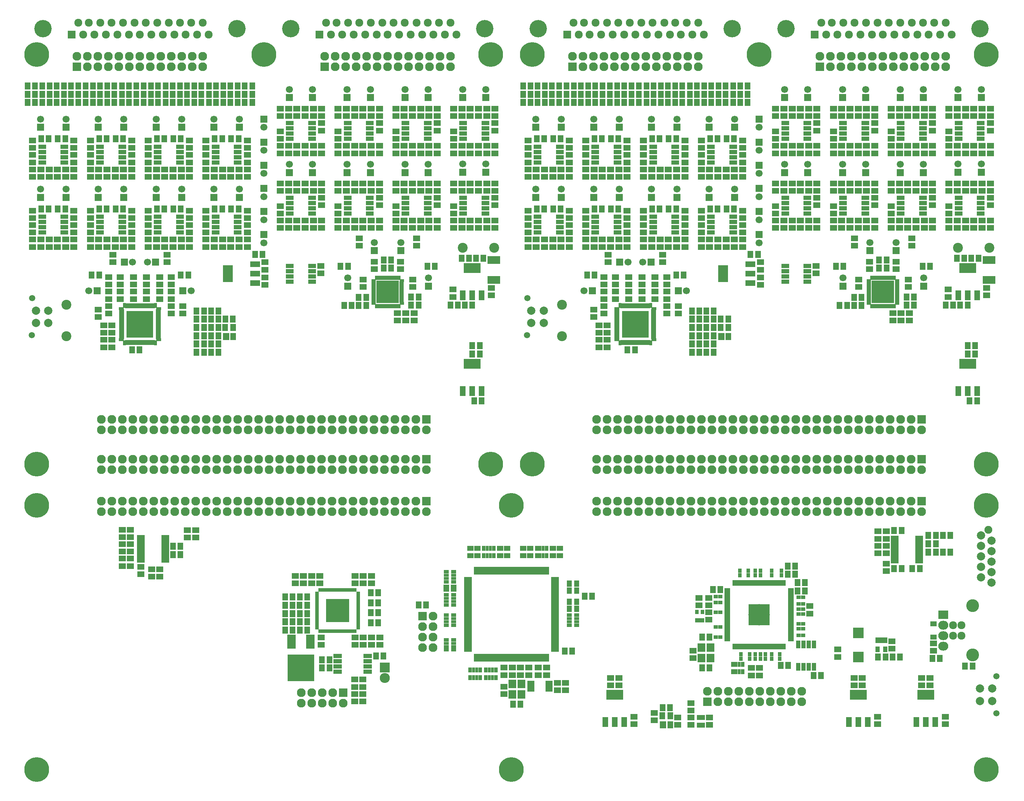
<source format=gbr>
G04 #@! TF.FileFunction,Soldermask,Top*
%FSLAX46Y46*%
G04 Gerber Fmt 4.6, Leading zero omitted, Abs format (unit mm)*
G04 Created by KiCad (PCBNEW 4.0.7) date Friday, 13. April 2018 'u21' 16:21:34*
%MOMM*%
%LPD*%
G01*
G04 APERTURE LIST*
%ADD10C,0.100000*%
%ADD11R,1.850000X0.850000*%
%ADD12R,2.127200X2.127200*%
%ADD13O,2.127200X2.127200*%
%ADD14C,6.000000*%
%ADD15R,1.700000X1.400000*%
%ADD16R,1.400000X1.700000*%
%ADD17R,0.650000X1.850000*%
%ADD18R,1.850000X0.650000*%
%ADD19R,1.200000X0.900000*%
%ADD20R,1.200000X0.800000*%
%ADD21R,0.900000X1.200000*%
%ADD22R,0.800000X1.200000*%
%ADD23R,2.432000X2.127200*%
%ADD24O,2.432000X2.127200*%
%ADD25R,0.900000X1.000000*%
%ADD26R,1.000000X0.900000*%
%ADD27R,1.620000X1.310000*%
%ADD28R,0.630000X1.400000*%
%ADD29R,1.400000X0.630000*%
%ADD30R,5.200000X5.200000*%
%ADD31O,5.200000X5.200000*%
%ADD32R,1.000000X1.950000*%
%ADD33C,1.924000*%
%ADD34C,3.100020*%
%ADD35R,0.806400X1.060400*%
%ADD36R,1.900000X2.100000*%
%ADD37R,0.798780X1.149300*%
%ADD38R,1.800000X0.700000*%
%ADD39R,4.057600X2.432000*%
%ADD40R,1.416000X2.432000*%
%ADD41R,1.050000X1.460000*%
%ADD42R,2.600000X2.600000*%
%ADD43C,1.500000*%
%ADD44C,2.000000*%
%ADD45R,1.598880X1.799540*%
%ADD46R,1.400760X1.799540*%
%ADD47R,5.650000X5.650000*%
%ADD48R,0.950000X0.700000*%
%ADD49R,0.700000X0.950000*%
%ADD50R,2.100000X1.050000*%
%ADD51R,2.432000X2.432000*%
%ADD52O,2.432000X2.432000*%
%ADD53R,2.051000X3.448000*%
%ADD54R,6.496000X6.496000*%
%ADD55C,1.900000*%
%ADD56R,1.700000X1.700000*%
%ADD57C,1.700000*%
%ADD58R,1.950000X1.000000*%
%ADD59R,0.650000X1.050000*%
%ADD60R,0.650000X1.100000*%
%ADD61R,1.050000X0.650000*%
%ADD62R,1.100000X0.650000*%
%ADD63R,5.500000X5.500000*%
%ADD64R,0.700000X1.150000*%
%ADD65R,0.700000X1.250000*%
%ADD66R,1.150000X0.700000*%
%ADD67R,1.250000X0.700000*%
%ADD68R,6.550000X6.550000*%
%ADD69R,2.432000X4.057600*%
%ADD70R,2.432000X1.416000*%
%ADD71C,2.398980*%
%ADD72R,3.100020X1.901140*%
%ADD73C,4.210000*%
%ADD74R,1.924000X1.924000*%
G04 APERTURE END LIST*
D10*
D11*
X248750000Y-168625000D03*
X248750000Y-167975000D03*
X248750000Y-167325000D03*
X248750000Y-166675000D03*
X248750000Y-166025000D03*
X248750000Y-165375000D03*
X248750000Y-164725000D03*
X248750000Y-164075000D03*
X248750000Y-163425000D03*
X248750000Y-162775000D03*
X242850000Y-162775000D03*
X242850000Y-163425000D03*
X242850000Y-164075000D03*
X242850000Y-164725000D03*
X242850000Y-165375000D03*
X242850000Y-166025000D03*
X242850000Y-166675000D03*
X242850000Y-167325000D03*
X242850000Y-167975000D03*
X242850000Y-168625000D03*
D12*
X249370000Y-154000000D03*
D13*
X249370000Y-156540000D03*
X246830000Y-154000000D03*
X246830000Y-156540000D03*
X244290000Y-154000000D03*
X244290000Y-156540000D03*
X241750000Y-154000000D03*
X241750000Y-156540000D03*
X239210000Y-154000000D03*
X239210000Y-156540000D03*
X236670000Y-154000000D03*
X236670000Y-156540000D03*
X234130000Y-154000000D03*
X234130000Y-156540000D03*
X231590000Y-154000000D03*
X231590000Y-156540000D03*
X229050000Y-154000000D03*
X229050000Y-156540000D03*
X226510000Y-154000000D03*
X226510000Y-156540000D03*
X223970000Y-154000000D03*
X223970000Y-156540000D03*
X221430000Y-154000000D03*
X221430000Y-156540000D03*
X218890000Y-154000000D03*
X218890000Y-156540000D03*
X216350000Y-154000000D03*
X216350000Y-156540000D03*
X213810000Y-154000000D03*
X213810000Y-156540000D03*
X211270000Y-154000000D03*
X211270000Y-156540000D03*
X208730000Y-154000000D03*
X208730000Y-156540000D03*
X206190000Y-154000000D03*
X206190000Y-156540000D03*
X203650000Y-154000000D03*
X203650000Y-156540000D03*
X201110000Y-154000000D03*
X201110000Y-156540000D03*
X198570000Y-154000000D03*
X198570000Y-156540000D03*
X196030000Y-154000000D03*
X196030000Y-156540000D03*
X193490000Y-154000000D03*
X193490000Y-156540000D03*
X190950000Y-154000000D03*
X190950000Y-156540000D03*
X188410000Y-154000000D03*
X188410000Y-156540000D03*
X185870000Y-154000000D03*
X185870000Y-156540000D03*
X183330000Y-154000000D03*
X183330000Y-156540000D03*
X180790000Y-154000000D03*
X180790000Y-156540000D03*
X178250000Y-154000000D03*
X178250000Y-156540000D03*
X175710000Y-154000000D03*
X175710000Y-156540000D03*
X173170000Y-154000000D03*
X173170000Y-156540000D03*
X170630000Y-154000000D03*
X170630000Y-156540000D03*
D14*
X35000000Y-155000000D03*
X150000000Y-155000000D03*
X265000000Y-155000000D03*
X35000000Y-219000000D03*
X150000000Y-219000000D03*
X265000000Y-219000000D03*
D15*
X158500000Y-196100000D03*
X158500000Y-194300000D03*
D16*
X164700000Y-190300000D03*
X162900000Y-190300000D03*
D17*
X141250000Y-191950000D03*
X141750000Y-191950000D03*
X142250000Y-191950000D03*
X142750000Y-191950000D03*
X143250000Y-191950000D03*
X143750000Y-191950000D03*
X144250000Y-191950000D03*
X144750000Y-191950000D03*
X145250000Y-191950000D03*
X145750000Y-191950000D03*
X146250000Y-191950000D03*
X146750000Y-191950000D03*
X147250000Y-191950000D03*
X147750000Y-191950000D03*
X148250000Y-191950000D03*
X148750000Y-191950000D03*
X149250000Y-191950000D03*
X149750000Y-191950000D03*
X150250000Y-191950000D03*
X150750000Y-191950000D03*
X151250000Y-191950000D03*
X151750000Y-191950000D03*
X152250000Y-191950000D03*
X152750000Y-191950000D03*
X153250000Y-191950000D03*
X153750000Y-191950000D03*
X154250000Y-191950000D03*
X154750000Y-191950000D03*
X155250000Y-191950000D03*
X155750000Y-191950000D03*
X156250000Y-191950000D03*
X156750000Y-191950000D03*
X157250000Y-191950000D03*
X157750000Y-191950000D03*
X158250000Y-191950000D03*
X158750000Y-191950000D03*
D18*
X160550000Y-190150000D03*
X160550000Y-189650000D03*
X160550000Y-189150000D03*
X160550000Y-188650000D03*
X160550000Y-188150000D03*
X160550000Y-187650000D03*
X160550000Y-187150000D03*
X160550000Y-186650000D03*
X160550000Y-186150000D03*
X160550000Y-185650000D03*
X160550000Y-185150000D03*
X160550000Y-184650000D03*
X160550000Y-184150000D03*
X160550000Y-183650000D03*
X160550000Y-183150000D03*
X160550000Y-182650000D03*
X160550000Y-182150000D03*
X160550000Y-181650000D03*
X160550000Y-181150000D03*
X160550000Y-180650000D03*
X160550000Y-180150000D03*
X160550000Y-179650000D03*
X160550000Y-179150000D03*
X160550000Y-178650000D03*
X160550000Y-178150000D03*
X160550000Y-177650000D03*
X160550000Y-177150000D03*
X160550000Y-176650000D03*
X160550000Y-176150000D03*
X160550000Y-175650000D03*
X160550000Y-175150000D03*
X160550000Y-174650000D03*
X160550000Y-174150000D03*
X160550000Y-173650000D03*
X160550000Y-173150000D03*
X160550000Y-172650000D03*
D17*
X158750000Y-170850000D03*
X158250000Y-170850000D03*
X157750000Y-170850000D03*
X157250000Y-170850000D03*
X156750000Y-170850000D03*
X156250000Y-170850000D03*
X155750000Y-170850000D03*
X155250000Y-170850000D03*
X154750000Y-170850000D03*
X154250000Y-170850000D03*
X153750000Y-170850000D03*
X153250000Y-170850000D03*
X152750000Y-170850000D03*
X152250000Y-170850000D03*
X151750000Y-170850000D03*
X151250000Y-170850000D03*
X150750000Y-170850000D03*
X150250000Y-170850000D03*
X149750000Y-170850000D03*
X149250000Y-170850000D03*
X148750000Y-170850000D03*
X148250000Y-170850000D03*
X147750000Y-170850000D03*
X147250000Y-170850000D03*
X146750000Y-170850000D03*
X146250000Y-170850000D03*
X145750000Y-170850000D03*
X145250000Y-170850000D03*
X144750000Y-170850000D03*
X144250000Y-170850000D03*
X143750000Y-170850000D03*
X143250000Y-170850000D03*
X142750000Y-170850000D03*
X142250000Y-170850000D03*
X141750000Y-170850000D03*
X141250000Y-170850000D03*
D18*
X139450000Y-172650000D03*
X139450000Y-173150000D03*
X139450000Y-173650000D03*
X139450000Y-174150000D03*
X139450000Y-174650000D03*
X139450000Y-175150000D03*
X139450000Y-175650000D03*
X139450000Y-176150000D03*
X139450000Y-176650000D03*
X139450000Y-177150000D03*
X139450000Y-177650000D03*
X139450000Y-178150000D03*
X139450000Y-178650000D03*
X139450000Y-179150000D03*
X139450000Y-179650000D03*
X139450000Y-180150000D03*
X139450000Y-180650000D03*
X139450000Y-181150000D03*
X139450000Y-181650000D03*
X139450000Y-182150000D03*
X139450000Y-182650000D03*
X139450000Y-183150000D03*
X139450000Y-183650000D03*
X139450000Y-184150000D03*
X139450000Y-184650000D03*
X139450000Y-185150000D03*
X139450000Y-185650000D03*
X139450000Y-186150000D03*
X139450000Y-186650000D03*
X139450000Y-187150000D03*
X139450000Y-187650000D03*
X139450000Y-188150000D03*
X139450000Y-188650000D03*
X139450000Y-189150000D03*
X139450000Y-189650000D03*
X139450000Y-190150000D03*
D16*
X127500000Y-179100000D03*
X129300000Y-179100000D03*
D19*
X136000000Y-173500000D03*
D20*
X136000000Y-171900000D03*
X136000000Y-172700000D03*
D19*
X136000000Y-171100000D03*
D20*
X134200000Y-172700000D03*
D19*
X134200000Y-173500000D03*
D20*
X134200000Y-171900000D03*
D19*
X134200000Y-171100000D03*
D21*
X139700000Y-167200000D03*
D22*
X141300000Y-167200000D03*
X140500000Y-167200000D03*
D21*
X142100000Y-167200000D03*
D22*
X140500000Y-165400000D03*
D21*
X139700000Y-165400000D03*
D22*
X141300000Y-165400000D03*
D21*
X142100000Y-165400000D03*
X143300000Y-167200000D03*
D22*
X144900000Y-167200000D03*
X144100000Y-167200000D03*
D21*
X145700000Y-167200000D03*
D22*
X144100000Y-165400000D03*
D21*
X143300000Y-165400000D03*
D22*
X144900000Y-165400000D03*
D21*
X145700000Y-165400000D03*
X146900000Y-167200000D03*
D22*
X148500000Y-167200000D03*
X147700000Y-167200000D03*
D21*
X149300000Y-167200000D03*
D22*
X147700000Y-165400000D03*
D21*
X146900000Y-165400000D03*
D22*
X148500000Y-165400000D03*
D21*
X149300000Y-165400000D03*
X152500000Y-167200000D03*
D22*
X154100000Y-167200000D03*
X153300000Y-167200000D03*
D21*
X154900000Y-167200000D03*
D22*
X153300000Y-165400000D03*
D21*
X152500000Y-165400000D03*
D22*
X154100000Y-165400000D03*
D21*
X154900000Y-165400000D03*
X156100000Y-167200000D03*
D22*
X157700000Y-167200000D03*
X156900000Y-167200000D03*
D21*
X158500000Y-167200000D03*
D22*
X156900000Y-165400000D03*
D21*
X156100000Y-165400000D03*
D22*
X157700000Y-165400000D03*
D21*
X158500000Y-165400000D03*
X159700000Y-167200000D03*
D22*
X161300000Y-167200000D03*
X160500000Y-167200000D03*
D21*
X162100000Y-167200000D03*
D22*
X160500000Y-165400000D03*
D21*
X159700000Y-165400000D03*
D22*
X161300000Y-165400000D03*
D21*
X162100000Y-165400000D03*
D19*
X164000000Y-173600000D03*
D20*
X164000000Y-175200000D03*
X164000000Y-174400000D03*
D19*
X164000000Y-176000000D03*
D20*
X165800000Y-174400000D03*
D19*
X165800000Y-173600000D03*
D20*
X165800000Y-175200000D03*
D19*
X165800000Y-176000000D03*
D12*
X128460000Y-181860000D03*
D13*
X131000000Y-181860000D03*
X128460000Y-184400000D03*
X131000000Y-184400000D03*
X128460000Y-186940000D03*
X131000000Y-186940000D03*
X128460000Y-189480000D03*
X131000000Y-189480000D03*
D12*
X129370000Y-154000000D03*
D13*
X129370000Y-156540000D03*
X126830000Y-154000000D03*
X126830000Y-156540000D03*
X124290000Y-154000000D03*
X124290000Y-156540000D03*
X121750000Y-154000000D03*
X121750000Y-156540000D03*
X119210000Y-154000000D03*
X119210000Y-156540000D03*
X116670000Y-154000000D03*
X116670000Y-156540000D03*
X114130000Y-154000000D03*
X114130000Y-156540000D03*
X111590000Y-154000000D03*
X111590000Y-156540000D03*
X109050000Y-154000000D03*
X109050000Y-156540000D03*
X106510000Y-154000000D03*
X106510000Y-156540000D03*
X103970000Y-154000000D03*
X103970000Y-156540000D03*
X101430000Y-154000000D03*
X101430000Y-156540000D03*
X98890000Y-154000000D03*
X98890000Y-156540000D03*
X96350000Y-154000000D03*
X96350000Y-156540000D03*
X93810000Y-154000000D03*
X93810000Y-156540000D03*
X91270000Y-154000000D03*
X91270000Y-156540000D03*
X88730000Y-154000000D03*
X88730000Y-156540000D03*
X86190000Y-154000000D03*
X86190000Y-156540000D03*
X83650000Y-154000000D03*
X83650000Y-156540000D03*
X81110000Y-154000000D03*
X81110000Y-156540000D03*
X78570000Y-154000000D03*
X78570000Y-156540000D03*
X76030000Y-154000000D03*
X76030000Y-156540000D03*
X73490000Y-154000000D03*
X73490000Y-156540000D03*
X70950000Y-154000000D03*
X70950000Y-156540000D03*
X68410000Y-154000000D03*
X68410000Y-156540000D03*
X65870000Y-154000000D03*
X65870000Y-156540000D03*
X63330000Y-154000000D03*
X63330000Y-156540000D03*
X60790000Y-154000000D03*
X60790000Y-156540000D03*
X58250000Y-154000000D03*
X58250000Y-156540000D03*
X55710000Y-154000000D03*
X55710000Y-156540000D03*
X53170000Y-154000000D03*
X53170000Y-156540000D03*
X50630000Y-154000000D03*
X50630000Y-156540000D03*
D16*
X169500000Y-177000000D03*
X167700000Y-177000000D03*
D12*
X197480000Y-202540000D03*
D13*
X197480000Y-200000000D03*
X200020000Y-202540000D03*
X200020000Y-200000000D03*
X202560000Y-202540000D03*
X202560000Y-200000000D03*
X205100000Y-202540000D03*
X205100000Y-200000000D03*
X207640000Y-202540000D03*
X207640000Y-200000000D03*
X210180000Y-202540000D03*
X210180000Y-200000000D03*
X212720000Y-202540000D03*
X212720000Y-200000000D03*
X215260000Y-202540000D03*
X215260000Y-200000000D03*
X217800000Y-202540000D03*
X217800000Y-200000000D03*
X220340000Y-202540000D03*
X220340000Y-200000000D03*
D23*
X254600000Y-181460000D03*
D24*
X254600000Y-184000000D03*
X254600000Y-186540000D03*
X254600000Y-189080000D03*
D15*
X197800000Y-179200000D03*
X197800000Y-177400000D03*
D25*
X209100000Y-191050000D03*
X209100000Y-192150000D03*
D15*
X252200000Y-188400000D03*
X252200000Y-190200000D03*
D16*
X261700000Y-193900000D03*
X259900000Y-193900000D03*
X223200000Y-196200000D03*
X225000000Y-196200000D03*
D25*
X207700000Y-191050000D03*
X207700000Y-192150000D03*
X210300000Y-191050000D03*
X210300000Y-192150000D03*
X213000000Y-191050000D03*
X213000000Y-192150000D03*
D26*
X219550000Y-186500000D03*
X220650000Y-186500000D03*
X219550000Y-184900000D03*
X220650000Y-184900000D03*
X219550000Y-181300000D03*
X220650000Y-181300000D03*
X219550000Y-178900000D03*
X220650000Y-178900000D03*
X219550000Y-177300000D03*
X220650000Y-177300000D03*
D25*
X213000000Y-171950000D03*
X213000000Y-170850000D03*
X210300000Y-171950000D03*
X210300000Y-170850000D03*
X207400000Y-171950000D03*
X207400000Y-170850000D03*
D26*
X200550000Y-177100000D03*
X199450000Y-177100000D03*
X200550000Y-184500000D03*
X199450000Y-184500000D03*
D25*
X205600000Y-191050000D03*
X205600000Y-192150000D03*
X211500000Y-191050000D03*
X211500000Y-192150000D03*
X215000000Y-191050000D03*
X215000000Y-192150000D03*
D26*
X219550000Y-183700000D03*
X220650000Y-183700000D03*
X219550000Y-180100000D03*
X220650000Y-180100000D03*
D25*
X215400000Y-171950000D03*
X215400000Y-170850000D03*
X209100000Y-171950000D03*
X209100000Y-170850000D03*
X205300000Y-171950000D03*
X205300000Y-170850000D03*
D26*
X200550000Y-178500000D03*
X199450000Y-178500000D03*
X200550000Y-180900000D03*
X199450000Y-180900000D03*
D27*
X252200000Y-186935000D03*
X252200000Y-183665000D03*
D28*
X203800000Y-189200000D03*
X204200000Y-189200000D03*
X204600000Y-189200000D03*
X205000000Y-189200000D03*
X205400000Y-189200000D03*
X205800000Y-189200000D03*
X206200000Y-189200000D03*
X206600000Y-189200000D03*
X207000000Y-189200000D03*
X207400000Y-189200000D03*
X207800000Y-189200000D03*
X208200000Y-189200000D03*
X208600000Y-189200000D03*
X209000000Y-189200000D03*
X209400000Y-189200000D03*
X209800000Y-189200000D03*
X210200000Y-189200000D03*
X210600000Y-189200000D03*
X211000000Y-189200000D03*
X211400000Y-189200000D03*
X211800000Y-189200000D03*
X212200000Y-189200000D03*
X212600000Y-189200000D03*
X213000000Y-189200000D03*
X213400000Y-189200000D03*
X213800000Y-189200000D03*
X214200000Y-189200000D03*
X214600000Y-189200000D03*
X215000000Y-189200000D03*
X215400000Y-189200000D03*
X215800000Y-189200000D03*
X216200000Y-189200000D03*
D29*
X217700000Y-187700000D03*
X217700000Y-187300000D03*
X217700000Y-186900000D03*
X217700000Y-186500000D03*
X217700000Y-186100000D03*
X217700000Y-185700000D03*
X217700000Y-185300000D03*
X217700000Y-184900000D03*
X217700000Y-184500000D03*
X217700000Y-184100000D03*
X217700000Y-183700000D03*
X217700000Y-183300000D03*
X217700000Y-182900000D03*
X217700000Y-182500000D03*
X217700000Y-182100000D03*
X217700000Y-181700000D03*
X217700000Y-181300000D03*
X217700000Y-180900000D03*
X217700000Y-180500000D03*
X217700000Y-180100000D03*
X217700000Y-179700000D03*
X217700000Y-179300000D03*
X217700000Y-178900000D03*
X217700000Y-178500000D03*
X217700000Y-178100000D03*
X217700000Y-177700000D03*
X217700000Y-177300000D03*
X217700000Y-176900000D03*
X217700000Y-176500000D03*
X217700000Y-176100000D03*
X217700000Y-175700000D03*
X217700000Y-175300000D03*
D28*
X216200000Y-173800000D03*
X215800000Y-173800000D03*
X215400000Y-173800000D03*
X215000000Y-173800000D03*
X214600000Y-173800000D03*
X214200000Y-173800000D03*
X213800000Y-173800000D03*
X213400000Y-173800000D03*
X213000000Y-173800000D03*
X212600000Y-173800000D03*
X212200000Y-173800000D03*
X211800000Y-173800000D03*
X211400000Y-173800000D03*
X211000000Y-173800000D03*
X210600000Y-173800000D03*
X210200000Y-173800000D03*
X209800000Y-173800000D03*
X209400000Y-173800000D03*
X209000000Y-173800000D03*
X208600000Y-173800000D03*
X208200000Y-173800000D03*
X207800000Y-173800000D03*
X207400000Y-173800000D03*
X207000000Y-173800000D03*
X206600000Y-173800000D03*
X206200000Y-173800000D03*
X205800000Y-173800000D03*
X205400000Y-173800000D03*
X205000000Y-173800000D03*
X204600000Y-173800000D03*
X204200000Y-173800000D03*
X203800000Y-173800000D03*
D29*
X202300000Y-175300000D03*
X202300000Y-175700000D03*
X202300000Y-176100000D03*
X202300000Y-176500000D03*
X202300000Y-176900000D03*
X202300000Y-177300000D03*
X202300000Y-177700000D03*
X202300000Y-178100000D03*
X202300000Y-178500000D03*
X202300000Y-178900000D03*
X202300000Y-179300000D03*
X202300000Y-179700000D03*
X202300000Y-180100000D03*
X202300000Y-180500000D03*
X202300000Y-180900000D03*
X202300000Y-181300000D03*
X202300000Y-181700000D03*
X202300000Y-182100000D03*
X202300000Y-182500000D03*
X202300000Y-182900000D03*
X202300000Y-183300000D03*
X202300000Y-183700000D03*
X202300000Y-184100000D03*
X202300000Y-184500000D03*
X202300000Y-184900000D03*
X202300000Y-185300000D03*
X202300000Y-185700000D03*
X202300000Y-186100000D03*
X202300000Y-186500000D03*
X202300000Y-186900000D03*
X202300000Y-187300000D03*
X202300000Y-187700000D03*
D30*
X210000000Y-181500000D03*
D31*
X210000000Y-181500000D03*
D32*
X223305000Y-188700000D03*
X222035000Y-188700000D03*
X220765000Y-188700000D03*
X219495000Y-188700000D03*
X219495000Y-194100000D03*
X220765000Y-194100000D03*
X222035000Y-194100000D03*
X223305000Y-194100000D03*
D16*
X196200000Y-194400000D03*
X198000000Y-194400000D03*
X198000000Y-186900000D03*
X196200000Y-186900000D03*
X198800000Y-175400000D03*
X200600000Y-175400000D03*
D15*
X208100000Y-194400000D03*
X208100000Y-196200000D03*
X210100000Y-194400000D03*
X210100000Y-196200000D03*
D16*
X217000000Y-193800000D03*
X215200000Y-193800000D03*
D15*
X222300000Y-181200000D03*
X222300000Y-179400000D03*
D16*
X252000000Y-192100000D03*
X253800000Y-192100000D03*
D33*
X257000000Y-186540000D03*
X257000000Y-184000000D03*
X258998980Y-184000000D03*
X258998980Y-186540000D03*
D34*
X261699000Y-191269480D03*
X261699000Y-179270520D03*
D26*
X200550000Y-186900000D03*
X199450000Y-186900000D03*
D15*
X194000000Y-192000000D03*
X194000000Y-190200000D03*
D21*
X203600000Y-195300000D03*
D22*
X205200000Y-195300000D03*
X204400000Y-195300000D03*
D21*
X206000000Y-195300000D03*
D22*
X204400000Y-193500000D03*
D21*
X203600000Y-193500000D03*
D22*
X205200000Y-193500000D03*
D21*
X206000000Y-193500000D03*
D16*
X219300000Y-175700000D03*
X221100000Y-175700000D03*
X219300000Y-173700000D03*
X221100000Y-173700000D03*
D15*
X195400000Y-179200000D03*
X195400000Y-177400000D03*
X197800000Y-180900000D03*
X197800000Y-182700000D03*
D35*
X194939600Y-182816000D03*
X196260400Y-182816000D03*
X195600000Y-182816000D03*
X196260400Y-180784000D03*
X194939600Y-180784000D03*
D36*
X198200000Y-191970000D03*
X198200000Y-189430000D03*
X196000000Y-189430000D03*
X196000000Y-191970000D03*
D37*
X195249760Y-208249960D03*
X195900000Y-208249960D03*
X196550240Y-208249960D03*
X196550240Y-206350040D03*
X195900000Y-206350040D03*
X195249760Y-206350040D03*
D15*
X193500000Y-206400000D03*
X193500000Y-208200000D03*
X193500000Y-204700000D03*
X193500000Y-202900000D03*
X198000000Y-206400000D03*
X198000000Y-208200000D03*
D19*
X164000000Y-181600000D03*
D20*
X164000000Y-183200000D03*
X164000000Y-182400000D03*
D19*
X164000000Y-184000000D03*
D20*
X165800000Y-182400000D03*
D19*
X165800000Y-181600000D03*
D20*
X165800000Y-183200000D03*
D19*
X165800000Y-184000000D03*
X164000000Y-178000000D03*
D20*
X164000000Y-179600000D03*
X164000000Y-178800000D03*
D19*
X164000000Y-180400000D03*
D20*
X165800000Y-178800000D03*
D19*
X165800000Y-178000000D03*
D20*
X165800000Y-179600000D03*
D19*
X165800000Y-180400000D03*
D15*
X163100000Y-198000000D03*
X163100000Y-199800000D03*
X161100000Y-198000000D03*
X161100000Y-199800000D03*
X148200000Y-198900000D03*
X148200000Y-200700000D03*
D38*
X159100000Y-199800000D03*
X159100000Y-199300000D03*
X159100000Y-198800000D03*
X159100000Y-198300000D03*
X159100000Y-197800000D03*
X154700000Y-197800000D03*
X154700000Y-198300000D03*
X154700000Y-198800000D03*
X154700000Y-199300000D03*
X154700000Y-199800000D03*
D36*
X152400000Y-200840000D03*
X152400000Y-198300000D03*
X150200000Y-198300000D03*
X150200000Y-200840000D03*
D16*
X152200000Y-203200000D03*
X150400000Y-203200000D03*
D15*
X154200000Y-194300000D03*
X154200000Y-196100000D03*
X150200000Y-196100000D03*
X150200000Y-194300000D03*
X152200000Y-196100000D03*
X152200000Y-194300000D03*
X156500000Y-196100000D03*
X156500000Y-194300000D03*
X240800000Y-170900000D03*
X240800000Y-169100000D03*
D16*
X251000000Y-162300000D03*
X252800000Y-162300000D03*
X254500000Y-162300000D03*
X256300000Y-162300000D03*
X254500000Y-166300000D03*
X256300000Y-166300000D03*
X251000000Y-166300000D03*
X252800000Y-166300000D03*
X251000000Y-164300000D03*
X252800000Y-164300000D03*
X247100000Y-170300000D03*
X248900000Y-170300000D03*
X244500000Y-170300000D03*
X242700000Y-170300000D03*
X242700000Y-161100000D03*
X244500000Y-161100000D03*
D15*
X238800000Y-163100000D03*
X238800000Y-161300000D03*
X240800000Y-163100000D03*
X240800000Y-161300000D03*
X240800000Y-166600000D03*
X240800000Y-164800000D03*
X238800000Y-166600000D03*
X238800000Y-164800000D03*
X255100000Y-208000000D03*
X255100000Y-206200000D03*
X251400000Y-198600000D03*
X251400000Y-196800000D03*
X235000000Y-198600000D03*
X235000000Y-196800000D03*
D39*
X250400000Y-200898000D03*
D40*
X250400000Y-207502000D03*
X252686000Y-207502000D03*
X248114000Y-207502000D03*
D39*
X234000000Y-200898000D03*
D40*
X234000000Y-207502000D03*
X236286000Y-207502000D03*
X231714000Y-207502000D03*
D15*
X238700000Y-208000000D03*
X238700000Y-206200000D03*
X233000000Y-198600000D03*
X233000000Y-196800000D03*
X249400000Y-198600000D03*
X249400000Y-196800000D03*
X242200000Y-189700000D03*
X242200000Y-187900000D03*
X229000000Y-191700000D03*
X229000000Y-189900000D03*
D41*
X240550000Y-187700000D03*
X239600000Y-187700000D03*
X238650000Y-187700000D03*
X238650000Y-189900000D03*
X240550000Y-189900000D03*
D42*
X234000000Y-185900000D03*
X234000000Y-191700000D03*
D16*
X238800000Y-191700000D03*
X240600000Y-191700000D03*
X242300000Y-191700000D03*
X244100000Y-191700000D03*
D15*
X179700000Y-208000000D03*
X179700000Y-206200000D03*
X176000000Y-198600000D03*
X176000000Y-196800000D03*
X174000000Y-198600000D03*
X174000000Y-196800000D03*
D39*
X175000000Y-200898000D03*
D40*
X175000000Y-207502000D03*
X177286000Y-207502000D03*
X172714000Y-207502000D03*
D43*
X267500000Y-196400000D03*
D44*
X263500000Y-202400000D03*
X263500000Y-199400000D03*
X266500000Y-202400000D03*
X266500000Y-199400000D03*
D43*
X267440000Y-205400000D03*
D16*
X186600000Y-204000000D03*
X188400000Y-204000000D03*
D45*
X186730380Y-208199820D03*
D46*
X188449960Y-208199820D03*
X188449960Y-206000180D03*
X186550040Y-206000180D03*
D15*
X184600000Y-205300000D03*
X184600000Y-207100000D03*
X190300000Y-208200000D03*
X190300000Y-206400000D03*
D16*
X218700000Y-169700000D03*
X216900000Y-169700000D03*
X218700000Y-171700000D03*
X216900000Y-171700000D03*
X100494668Y-179200000D03*
X98694668Y-179200000D03*
X100500000Y-183200000D03*
X98700000Y-183200000D03*
X100500000Y-181200000D03*
X98700000Y-181200000D03*
X97000000Y-181200000D03*
X95200000Y-181200000D03*
X117200000Y-191500000D03*
X119000000Y-191500000D03*
D15*
X103900000Y-187000000D03*
X103900000Y-188800000D03*
X112100000Y-187000000D03*
X112100000Y-188800000D03*
X116100000Y-173900000D03*
X116100000Y-172100000D03*
X103600000Y-173900000D03*
X103600000Y-172100000D03*
X101600000Y-173900000D03*
X101600000Y-172100000D03*
D16*
X100500000Y-185200000D03*
X98700000Y-185200000D03*
D15*
X116100000Y-187000000D03*
X116100000Y-188800000D03*
X112100000Y-173900000D03*
X112100000Y-172100000D03*
X97600000Y-172100000D03*
X97600000Y-173900000D03*
D16*
X95200000Y-177200000D03*
X97000000Y-177200000D03*
D47*
X107850000Y-180500000D03*
D48*
X102850000Y-176250000D03*
X102850000Y-176750000D03*
X102850000Y-177250000D03*
X102850000Y-177750000D03*
X102850000Y-178250000D03*
X102850000Y-178750000D03*
X102850000Y-179250000D03*
X102850000Y-179750000D03*
X102850000Y-180250000D03*
X102850000Y-180750000D03*
X102850000Y-181250000D03*
X102850000Y-181750000D03*
X102850000Y-182250000D03*
X102850000Y-182750000D03*
X102850000Y-183250000D03*
X102850000Y-183750000D03*
X102850000Y-184250000D03*
X102850000Y-184750000D03*
D49*
X103600000Y-185500000D03*
X104100000Y-185500000D03*
X104600000Y-185500000D03*
X105100000Y-185500000D03*
X105600000Y-185500000D03*
X106100000Y-185500000D03*
X106600000Y-185500000D03*
X107100000Y-185500000D03*
X107600000Y-185500000D03*
X108100000Y-185500000D03*
X108600000Y-185500000D03*
X109100000Y-185500000D03*
X109600000Y-185500000D03*
X110100000Y-185500000D03*
X110600000Y-185500000D03*
X111100000Y-185500000D03*
X111600000Y-185500000D03*
X112100000Y-185500000D03*
D48*
X112850000Y-184750000D03*
X112850000Y-184250000D03*
X112850000Y-183750000D03*
X112850000Y-183250000D03*
X112850000Y-182750000D03*
X112850000Y-182250000D03*
X112850000Y-181750000D03*
X112850000Y-181250000D03*
X112850000Y-180750000D03*
X112850000Y-180250000D03*
X112850000Y-179750000D03*
X112850000Y-179250000D03*
X112850000Y-178750000D03*
X112850000Y-178250000D03*
X112850000Y-177750000D03*
X112850000Y-177250000D03*
X112850000Y-176750000D03*
X112850000Y-176250000D03*
D49*
X112100000Y-175500000D03*
X111600000Y-175500000D03*
X111100000Y-175500000D03*
X110600000Y-175500000D03*
X110100000Y-175500000D03*
X109600000Y-175500000D03*
X109100000Y-175500000D03*
X108600000Y-175500000D03*
X108100000Y-175500000D03*
X107600000Y-175500000D03*
X107100000Y-175500000D03*
X106600000Y-175500000D03*
X106100000Y-175500000D03*
X105600000Y-175500000D03*
X105100000Y-175500000D03*
X104600000Y-175500000D03*
X104100000Y-175500000D03*
X103600000Y-175500000D03*
D50*
X107850000Y-191495000D03*
X107850000Y-192765000D03*
X107850000Y-194035000D03*
X107850000Y-195305000D03*
X115150000Y-195305000D03*
X115150000Y-194035000D03*
X115150000Y-192765000D03*
X115150000Y-191495000D03*
D51*
X119300000Y-194300000D03*
D52*
X119300000Y-196840000D03*
D53*
X101286000Y-188000000D03*
D54*
X99000000Y-194350000D03*
D53*
X96714000Y-188000000D03*
D16*
X95200000Y-185200000D03*
X97000000Y-185200000D03*
X97000000Y-183200000D03*
X95200000Y-183200000D03*
D15*
X118100000Y-187000000D03*
X118100000Y-188800000D03*
X112000000Y-199000000D03*
X112000000Y-197200000D03*
X114000000Y-199000000D03*
X114000000Y-197200000D03*
D16*
X105900000Y-192400000D03*
X104100000Y-192400000D03*
X105900000Y-194400000D03*
X104100000Y-194400000D03*
D15*
X99600000Y-173900000D03*
X99600000Y-172100000D03*
D16*
X96994668Y-179200000D03*
X95194668Y-179200000D03*
D15*
X114100000Y-187000000D03*
X114100000Y-188800000D03*
X114100000Y-173900000D03*
X114100000Y-172100000D03*
D12*
X109240000Y-200360000D03*
D13*
X109240000Y-202900000D03*
X106700000Y-200360000D03*
X106700000Y-202900000D03*
X104160000Y-200360000D03*
X104160000Y-202900000D03*
X101620000Y-200360000D03*
X101620000Y-202900000D03*
X99080000Y-200360000D03*
X99080000Y-202900000D03*
D15*
X114000000Y-202500000D03*
X114000000Y-200700000D03*
X112000000Y-202500000D03*
X112000000Y-200700000D03*
D19*
X134200000Y-187600000D03*
D20*
X134200000Y-189200000D03*
X134200000Y-188400000D03*
D19*
X134200000Y-190000000D03*
D20*
X136000000Y-188400000D03*
D19*
X136000000Y-187600000D03*
D20*
X136000000Y-189200000D03*
D19*
X136000000Y-190000000D03*
X134200000Y-181600000D03*
D20*
X134200000Y-183200000D03*
X134200000Y-182400000D03*
D19*
X134200000Y-184000000D03*
D20*
X136000000Y-182400000D03*
D19*
X136000000Y-181600000D03*
D20*
X136000000Y-183200000D03*
D19*
X136000000Y-184000000D03*
X134200000Y-176700000D03*
D20*
X134200000Y-178300000D03*
X134200000Y-177500000D03*
D19*
X134200000Y-179100000D03*
D20*
X136000000Y-177500000D03*
D19*
X136000000Y-176700000D03*
D20*
X136000000Y-178300000D03*
D19*
X136000000Y-179100000D03*
D21*
X142400000Y-194900000D03*
D22*
X140800000Y-194900000D03*
X141600000Y-194900000D03*
D21*
X140000000Y-194900000D03*
D22*
X141600000Y-196700000D03*
D21*
X142400000Y-196700000D03*
D22*
X140800000Y-196700000D03*
D21*
X140000000Y-196700000D03*
X146200000Y-194900000D03*
D22*
X144600000Y-194900000D03*
X145400000Y-194900000D03*
D21*
X143800000Y-194900000D03*
D22*
X145400000Y-196700000D03*
D21*
X146200000Y-196700000D03*
D22*
X144600000Y-196700000D03*
D21*
X143800000Y-196700000D03*
D16*
X134200000Y-175100000D03*
X136000000Y-175100000D03*
X100500000Y-177200000D03*
X98700000Y-177200000D03*
X117700000Y-176200000D03*
X115900000Y-176200000D03*
X117700000Y-181000000D03*
X115900000Y-181000000D03*
X117700000Y-183400000D03*
X115900000Y-183400000D03*
X117700000Y-178600000D03*
X115900000Y-178600000D03*
D15*
X148200000Y-196100000D03*
X148200000Y-194300000D03*
X60200000Y-171700000D03*
X60200000Y-169900000D03*
D11*
X66150000Y-168425000D03*
X66150000Y-167775000D03*
X66150000Y-167125000D03*
X66150000Y-166475000D03*
X66150000Y-165825000D03*
X66150000Y-165175000D03*
X66150000Y-164525000D03*
X66150000Y-163875000D03*
X66150000Y-163225000D03*
X66150000Y-162575000D03*
X60250000Y-162575000D03*
X60250000Y-163225000D03*
X60250000Y-163875000D03*
X60250000Y-164525000D03*
X60250000Y-165175000D03*
X60250000Y-165825000D03*
X60250000Y-166475000D03*
X60250000Y-167125000D03*
X60250000Y-167775000D03*
X60250000Y-168425000D03*
D15*
X73500000Y-161000000D03*
X73500000Y-162800000D03*
X71500000Y-161000000D03*
X71500000Y-162800000D03*
X57700000Y-160900000D03*
X57700000Y-162700000D03*
X55700000Y-160900000D03*
X55700000Y-162700000D03*
D16*
X68000000Y-164900000D03*
X69800000Y-164900000D03*
X68000000Y-166900000D03*
X69800000Y-166900000D03*
D15*
X62800000Y-170500000D03*
X62800000Y-172300000D03*
X64800000Y-170500000D03*
X64800000Y-172300000D03*
X57700000Y-167900000D03*
X57700000Y-169700000D03*
X55700000Y-167900000D03*
X55700000Y-169700000D03*
X57700000Y-164400000D03*
X57700000Y-166200000D03*
X55700000Y-164400000D03*
X55700000Y-166200000D03*
D44*
X263730000Y-162285000D03*
X266270000Y-163555000D03*
X263730000Y-164825000D03*
X266270000Y-166095000D03*
X263730000Y-167365000D03*
X266270000Y-168635000D03*
X263730000Y-169905000D03*
X266270000Y-171175000D03*
X263730000Y-172445000D03*
X266270000Y-173715000D03*
D55*
X265530000Y-160885000D03*
D56*
X77900000Y-63400000D03*
D57*
X77900000Y-61400000D03*
D15*
X136000000Y-69700000D03*
X136000000Y-67900000D03*
X138000000Y-67900000D03*
X138000000Y-69700000D03*
D58*
X83700000Y-88905000D03*
X83700000Y-87635000D03*
X83700000Y-86365000D03*
X83700000Y-85095000D03*
X78300000Y-85095000D03*
X78300000Y-86365000D03*
X78300000Y-87635000D03*
X78300000Y-88905000D03*
D15*
X58000000Y-87100000D03*
X58000000Y-88900000D03*
D56*
X63900000Y-63400000D03*
D57*
X63900000Y-61400000D03*
D58*
X96300000Y-62395000D03*
X96300000Y-63665000D03*
X96300000Y-64935000D03*
X96300000Y-66205000D03*
X101700000Y-66205000D03*
X101700000Y-64935000D03*
X101700000Y-63665000D03*
X101700000Y-62395000D03*
D14*
X35000000Y-45800000D03*
X145000000Y-45800000D03*
X145000000Y-145000000D03*
X35000000Y-145000000D03*
D15*
X86000000Y-87100000D03*
X86000000Y-88900000D03*
X86000000Y-70100000D03*
X86000000Y-71900000D03*
X82000000Y-92400000D03*
X82000000Y-90600000D03*
X82000000Y-75400000D03*
X82000000Y-73600000D03*
X70400000Y-106700000D03*
X70400000Y-108500000D03*
X67600000Y-105000000D03*
X67600000Y-103200000D03*
X76000000Y-83600000D03*
X76000000Y-85400000D03*
X76000000Y-66600000D03*
X76000000Y-68400000D03*
X76000000Y-92400000D03*
X76000000Y-90600000D03*
X76000000Y-75400000D03*
X76000000Y-73600000D03*
X72000000Y-87100000D03*
X72000000Y-88900000D03*
X72000000Y-70100000D03*
X72000000Y-71900000D03*
X67600000Y-108500000D03*
X67600000Y-106700000D03*
X68000000Y-92400000D03*
X68000000Y-90600000D03*
X68000000Y-75400000D03*
X68000000Y-73600000D03*
X64800000Y-99700000D03*
X64800000Y-101500000D03*
X61600000Y-101500000D03*
X61600000Y-99700000D03*
X62000000Y-83600000D03*
X62000000Y-85400000D03*
X62000000Y-66600000D03*
X62000000Y-68400000D03*
X61600000Y-105000000D03*
X61600000Y-103200000D03*
X62000000Y-92400000D03*
X62000000Y-90600000D03*
X62000000Y-75400000D03*
X62000000Y-73600000D03*
X58400000Y-105000000D03*
X58400000Y-103200000D03*
X58000000Y-70100000D03*
X58000000Y-71900000D03*
X54000000Y-92400000D03*
X54000000Y-90600000D03*
X54000000Y-75400000D03*
X54000000Y-73600000D03*
X52400000Y-106700000D03*
X52400000Y-108500000D03*
X58400000Y-101500000D03*
X58400000Y-99700000D03*
X55200000Y-99700000D03*
X55200000Y-101500000D03*
X48000000Y-83600000D03*
X48000000Y-85400000D03*
X48000000Y-66600000D03*
X48000000Y-68400000D03*
X53200000Y-114900000D03*
X53200000Y-116700000D03*
X51200000Y-114900000D03*
X51200000Y-116700000D03*
X48000000Y-92400000D03*
X48000000Y-90600000D03*
X48000000Y-75400000D03*
X48000000Y-73600000D03*
X44000000Y-87100000D03*
X44000000Y-88900000D03*
X44000000Y-70100000D03*
X44000000Y-71900000D03*
X40000000Y-92400000D03*
X40000000Y-90600000D03*
X40000000Y-75400000D03*
X40000000Y-73600000D03*
X64800000Y-105000000D03*
X64800000Y-103200000D03*
X55200000Y-105000000D03*
X55200000Y-103200000D03*
X53200000Y-111400000D03*
X53200000Y-113200000D03*
X52400000Y-105000000D03*
X52400000Y-103200000D03*
X49900000Y-107600000D03*
X49900000Y-109400000D03*
X34000000Y-83600000D03*
X34000000Y-85400000D03*
X34000000Y-66600000D03*
X34000000Y-68400000D03*
X34000000Y-92400000D03*
X34000000Y-90600000D03*
X34000000Y-75400000D03*
X34000000Y-73600000D03*
X76000000Y-88900000D03*
X76000000Y-87100000D03*
X76000000Y-71900000D03*
X76000000Y-70100000D03*
X62000000Y-88900000D03*
X62000000Y-87100000D03*
X62000000Y-71900000D03*
X62000000Y-70100000D03*
X48000000Y-88900000D03*
X48000000Y-87100000D03*
X48000000Y-71900000D03*
X48000000Y-70100000D03*
X34000000Y-88900000D03*
X34000000Y-87100000D03*
X34000000Y-71900000D03*
X34000000Y-70100000D03*
D58*
X83700000Y-71905000D03*
X83700000Y-70635000D03*
X83700000Y-69365000D03*
X83700000Y-68095000D03*
X78300000Y-68095000D03*
X78300000Y-69365000D03*
X78300000Y-70635000D03*
X78300000Y-71905000D03*
X69700000Y-88905000D03*
X69700000Y-87635000D03*
X69700000Y-86365000D03*
X69700000Y-85095000D03*
X64300000Y-85095000D03*
X64300000Y-86365000D03*
X64300000Y-87635000D03*
X64300000Y-88905000D03*
X69700000Y-71905000D03*
X69700000Y-70635000D03*
X69700000Y-69365000D03*
X69700000Y-68095000D03*
X64300000Y-68095000D03*
X64300000Y-69365000D03*
X64300000Y-70635000D03*
X64300000Y-71905000D03*
X55700000Y-88905000D03*
X55700000Y-87635000D03*
X55700000Y-86365000D03*
X55700000Y-85095000D03*
X50300000Y-85095000D03*
X50300000Y-86365000D03*
X50300000Y-87635000D03*
X50300000Y-88905000D03*
X55700000Y-71905000D03*
X55700000Y-70635000D03*
X55700000Y-69365000D03*
X55700000Y-68095000D03*
X50300000Y-68095000D03*
X50300000Y-69365000D03*
X50300000Y-70635000D03*
X50300000Y-71905000D03*
X41700000Y-88905000D03*
X41700000Y-87635000D03*
X41700000Y-86365000D03*
X41700000Y-85095000D03*
X36300000Y-85095000D03*
X36300000Y-86365000D03*
X36300000Y-87635000D03*
X36300000Y-88905000D03*
X41700000Y-71905000D03*
X41700000Y-70635000D03*
X41700000Y-69365000D03*
X41700000Y-68095000D03*
X36300000Y-68095000D03*
X36300000Y-69365000D03*
X36300000Y-70635000D03*
X36300000Y-71905000D03*
D15*
X84000000Y-90600000D03*
X84000000Y-92400000D03*
X84000000Y-73600000D03*
X84000000Y-75400000D03*
D16*
X83900000Y-83200000D03*
X82100000Y-83200000D03*
X83900000Y-66200000D03*
X82100000Y-66200000D03*
D15*
X86000000Y-92400000D03*
X86000000Y-90600000D03*
X86000000Y-75400000D03*
X86000000Y-73600000D03*
X80000000Y-90600000D03*
X80000000Y-92400000D03*
X80000000Y-73600000D03*
X80000000Y-75400000D03*
D16*
X78100000Y-83200000D03*
X79900000Y-83200000D03*
X78100000Y-66200000D03*
X79900000Y-66200000D03*
D15*
X78000000Y-92400000D03*
X78000000Y-90600000D03*
X78000000Y-75400000D03*
X78000000Y-73600000D03*
D16*
X75500000Y-107900000D03*
X73700000Y-107900000D03*
X79000000Y-107900000D03*
X77200000Y-107900000D03*
X75500000Y-109900000D03*
X73700000Y-109900000D03*
X79000000Y-109900000D03*
X77200000Y-109900000D03*
X75500000Y-111900000D03*
X73700000Y-111900000D03*
X71700000Y-99200000D03*
X69900000Y-99200000D03*
D15*
X70000000Y-90600000D03*
X70000000Y-92400000D03*
X70000000Y-73600000D03*
X70000000Y-75400000D03*
D16*
X69900000Y-83200000D03*
X68100000Y-83200000D03*
X69900000Y-66200000D03*
X68100000Y-66200000D03*
D15*
X72000000Y-92400000D03*
X72000000Y-90600000D03*
X72000000Y-75400000D03*
X72000000Y-73600000D03*
D16*
X79000000Y-111900000D03*
X77200000Y-111900000D03*
X75500000Y-115900000D03*
X73700000Y-115900000D03*
X79000000Y-115900000D03*
X77200000Y-115900000D03*
D15*
X66600000Y-96100000D03*
X66600000Y-94300000D03*
X66000000Y-90600000D03*
X66000000Y-92400000D03*
X66000000Y-73600000D03*
X66000000Y-75400000D03*
D16*
X64100000Y-83200000D03*
X65900000Y-83200000D03*
X64100000Y-66200000D03*
X65900000Y-66200000D03*
D15*
X64000000Y-92400000D03*
X64000000Y-90600000D03*
X64000000Y-75400000D03*
X64000000Y-73600000D03*
D16*
X73700000Y-113900000D03*
X75500000Y-113900000D03*
X77200000Y-113900000D03*
X79000000Y-113900000D03*
X73700000Y-117900000D03*
X75500000Y-117900000D03*
D15*
X53400000Y-96100000D03*
X53400000Y-94300000D03*
D16*
X59900000Y-117300000D03*
X58100000Y-117300000D03*
D15*
X56000000Y-90600000D03*
X56000000Y-92400000D03*
X56000000Y-73600000D03*
X56000000Y-75400000D03*
D16*
X55900000Y-83200000D03*
X54100000Y-83200000D03*
X55900000Y-66200000D03*
X54100000Y-66200000D03*
D15*
X58000000Y-92400000D03*
X58000000Y-90600000D03*
X58000000Y-75400000D03*
X58000000Y-73600000D03*
D16*
X48300000Y-99200000D03*
X50100000Y-99200000D03*
D15*
X52000000Y-90600000D03*
X52000000Y-92400000D03*
X52000000Y-73600000D03*
X52000000Y-75400000D03*
D16*
X50100000Y-83200000D03*
X51900000Y-83200000D03*
X50100000Y-66200000D03*
X51900000Y-66200000D03*
D15*
X50000000Y-92400000D03*
X50000000Y-90600000D03*
X50000000Y-75400000D03*
X50000000Y-73600000D03*
X42000000Y-90600000D03*
X42000000Y-92400000D03*
X42000000Y-73600000D03*
X42000000Y-75400000D03*
D16*
X41900000Y-83200000D03*
X40100000Y-83200000D03*
X41900000Y-66200000D03*
X40100000Y-66200000D03*
D15*
X44000000Y-92400000D03*
X44000000Y-90600000D03*
X44000000Y-75400000D03*
X44000000Y-73600000D03*
X38000000Y-90600000D03*
X38000000Y-92400000D03*
X38000000Y-73600000D03*
X38000000Y-75400000D03*
D16*
X36100000Y-83200000D03*
X37900000Y-83200000D03*
X36100000Y-66200000D03*
X37900000Y-66200000D03*
D15*
X36000000Y-92400000D03*
X36000000Y-90600000D03*
X36000000Y-75400000D03*
X36000000Y-73600000D03*
D56*
X70400000Y-103000000D03*
D57*
X72400000Y-103000000D03*
D56*
X56200000Y-96100000D03*
D57*
X58200000Y-96100000D03*
D56*
X49600000Y-103000000D03*
D57*
X47600000Y-103000000D03*
D56*
X63800000Y-96100000D03*
D57*
X61800000Y-96100000D03*
D15*
X136000000Y-77000000D03*
X136000000Y-78800000D03*
X136000000Y-58900000D03*
X136000000Y-60700000D03*
X144000000Y-78800000D03*
X144000000Y-77000000D03*
X144000000Y-60700000D03*
X144000000Y-58900000D03*
X144000000Y-86000000D03*
X144000000Y-87800000D03*
X144000000Y-67900000D03*
X144000000Y-69700000D03*
X136000000Y-87800000D03*
X136000000Y-86000000D03*
D16*
X111300000Y-106600000D03*
X109500000Y-106600000D03*
D15*
X122000000Y-77000000D03*
X122000000Y-78800000D03*
X122000000Y-58900000D03*
X122000000Y-60700000D03*
X130000000Y-78800000D03*
X130000000Y-77000000D03*
X130000000Y-60700000D03*
X130000000Y-58900000D03*
X114100000Y-102100000D03*
X114100000Y-100300000D03*
X130000000Y-86000000D03*
X130000000Y-87800000D03*
X130000000Y-67900000D03*
X130000000Y-69700000D03*
X122000000Y-87800000D03*
X122000000Y-86000000D03*
X122000000Y-69700000D03*
X122000000Y-67900000D03*
X116756250Y-97743750D03*
X116756250Y-95943750D03*
X108000000Y-77000000D03*
X108000000Y-78800000D03*
X108000000Y-58900000D03*
X108000000Y-60700000D03*
X116000000Y-78800000D03*
X116000000Y-77000000D03*
X116000000Y-60700000D03*
X116000000Y-58900000D03*
D16*
X119056250Y-97543750D03*
X120856250Y-97543750D03*
D15*
X116000000Y-86000000D03*
X116000000Y-87800000D03*
X116000000Y-67900000D03*
X116000000Y-69700000D03*
X108000000Y-87800000D03*
X108000000Y-86000000D03*
X108000000Y-69700000D03*
X108000000Y-67900000D03*
X123156250Y-97743750D03*
X123156250Y-95943750D03*
X94000000Y-77000000D03*
X94000000Y-78800000D03*
X94000000Y-58900000D03*
X94000000Y-60700000D03*
X102000000Y-78800000D03*
X102000000Y-77000000D03*
X102000000Y-60700000D03*
X102000000Y-58900000D03*
X126100000Y-102100000D03*
X126100000Y-100300000D03*
X102000000Y-86000000D03*
X102000000Y-87800000D03*
X102000000Y-67900000D03*
X102000000Y-69700000D03*
X94000000Y-87800000D03*
X94000000Y-86000000D03*
X94000000Y-67900000D03*
X94000000Y-69700000D03*
D16*
X114800000Y-104600000D03*
X113000000Y-104600000D03*
D15*
X146000000Y-80500000D03*
X146000000Y-82300000D03*
X146000000Y-62400000D03*
X146000000Y-64200000D03*
X132000000Y-80500000D03*
X132000000Y-82300000D03*
X132000000Y-62400000D03*
X132000000Y-64200000D03*
X118000000Y-80500000D03*
X118000000Y-82300000D03*
X118000000Y-62400000D03*
X118000000Y-64200000D03*
X104000000Y-80500000D03*
X104000000Y-82300000D03*
X104000000Y-62400000D03*
X104000000Y-64200000D03*
D58*
X138300000Y-80495000D03*
X138300000Y-81765000D03*
X138300000Y-83035000D03*
X138300000Y-84305000D03*
X143700000Y-84305000D03*
X143700000Y-83035000D03*
X143700000Y-81765000D03*
X143700000Y-80495000D03*
X138300000Y-62395000D03*
X138300000Y-63665000D03*
X138300000Y-64935000D03*
X138300000Y-66205000D03*
X143700000Y-66205000D03*
X143700000Y-64935000D03*
X143700000Y-63665000D03*
X143700000Y-62395000D03*
X124300000Y-80495000D03*
X124300000Y-81765000D03*
X124300000Y-83035000D03*
X124300000Y-84305000D03*
X129700000Y-84305000D03*
X129700000Y-83035000D03*
X129700000Y-81765000D03*
X129700000Y-80495000D03*
X124300000Y-62395000D03*
X124300000Y-63665000D03*
X124300000Y-64935000D03*
X124300000Y-66205000D03*
X129700000Y-66205000D03*
X129700000Y-64935000D03*
X129700000Y-63665000D03*
X129700000Y-62395000D03*
X110300000Y-80495000D03*
X110300000Y-81765000D03*
X110300000Y-83035000D03*
X110300000Y-84305000D03*
X115700000Y-84305000D03*
X115700000Y-83035000D03*
X115700000Y-81765000D03*
X115700000Y-80495000D03*
X110300000Y-62395000D03*
X110300000Y-63665000D03*
X110300000Y-64935000D03*
X110300000Y-66205000D03*
X115700000Y-66205000D03*
X115700000Y-64935000D03*
X115700000Y-63665000D03*
X115700000Y-62395000D03*
X96300000Y-80495000D03*
X96300000Y-81765000D03*
X96300000Y-83035000D03*
X96300000Y-84305000D03*
X101700000Y-84305000D03*
X101700000Y-83035000D03*
X101700000Y-81765000D03*
X101700000Y-80495000D03*
D15*
X140000000Y-86000000D03*
X140000000Y-87800000D03*
X140000000Y-77000000D03*
X140000000Y-78800000D03*
X142000000Y-67900000D03*
X142000000Y-69700000D03*
X140000000Y-58900000D03*
X140000000Y-60700000D03*
X138000000Y-78800000D03*
X138000000Y-77000000D03*
X138000000Y-60700000D03*
X138000000Y-58900000D03*
X146000000Y-78800000D03*
X146000000Y-77000000D03*
X146000000Y-60700000D03*
X146000000Y-58900000D03*
X142000000Y-78800000D03*
X142000000Y-77000000D03*
X142000000Y-60700000D03*
X142000000Y-58900000D03*
X142000000Y-86000000D03*
X142000000Y-87800000D03*
X138000000Y-86000000D03*
X138000000Y-87800000D03*
X140000000Y-67900000D03*
X140000000Y-69700000D03*
X146000000Y-87800000D03*
X146000000Y-86000000D03*
X146000000Y-69700000D03*
X146000000Y-67900000D03*
X126000000Y-86000000D03*
X126000000Y-87800000D03*
X126000000Y-77000000D03*
X126000000Y-78800000D03*
X128000000Y-67900000D03*
X128000000Y-69700000D03*
X126000000Y-58900000D03*
X126000000Y-60700000D03*
X124000000Y-78800000D03*
X124000000Y-77000000D03*
X124000000Y-60700000D03*
X124000000Y-58900000D03*
D16*
X110400000Y-97100000D03*
X108600000Y-97100000D03*
D15*
X132000000Y-78800000D03*
X132000000Y-77000000D03*
X132000000Y-60700000D03*
X132000000Y-58900000D03*
X128000000Y-78800000D03*
X128000000Y-77000000D03*
X128000000Y-60700000D03*
X128000000Y-58900000D03*
X128000000Y-86000000D03*
X128000000Y-87800000D03*
X124000000Y-86000000D03*
X124000000Y-87800000D03*
X126000000Y-67900000D03*
X126000000Y-69700000D03*
X124000000Y-67900000D03*
X124000000Y-69700000D03*
X132000000Y-87800000D03*
X132000000Y-86000000D03*
X132000000Y-69700000D03*
X132000000Y-67900000D03*
X113100000Y-90300000D03*
X113100000Y-92100000D03*
X112000000Y-86000000D03*
X112000000Y-87800000D03*
X112000000Y-77000000D03*
X112000000Y-78800000D03*
X114000000Y-67900000D03*
X114000000Y-69700000D03*
X112000000Y-58900000D03*
X112000000Y-60700000D03*
X110000000Y-78800000D03*
X110000000Y-77000000D03*
X110000000Y-60700000D03*
X110000000Y-58900000D03*
X118000000Y-78800000D03*
X118000000Y-77000000D03*
X118000000Y-60700000D03*
X118000000Y-58900000D03*
X114000000Y-78800000D03*
X114000000Y-77000000D03*
X114000000Y-60700000D03*
X114000000Y-58900000D03*
X114000000Y-86000000D03*
X114000000Y-87800000D03*
X110000000Y-86000000D03*
X110000000Y-87800000D03*
X112000000Y-67900000D03*
X112000000Y-69700000D03*
X110000000Y-67900000D03*
X110000000Y-69700000D03*
X127000000Y-90300000D03*
X127000000Y-92100000D03*
X118000000Y-87800000D03*
X118000000Y-86000000D03*
X118000000Y-69700000D03*
X118000000Y-67900000D03*
X98000000Y-86000000D03*
X98000000Y-87800000D03*
X98000000Y-77000000D03*
X98000000Y-78800000D03*
X100000000Y-67900000D03*
X100000000Y-69700000D03*
D16*
X129600000Y-97100000D03*
X131400000Y-97100000D03*
D15*
X96000000Y-78800000D03*
X96000000Y-77000000D03*
X96000000Y-60700000D03*
X96000000Y-58900000D03*
X122400000Y-108400000D03*
X122400000Y-110200000D03*
X126400000Y-108400000D03*
X126400000Y-110200000D03*
X124400000Y-108400000D03*
X124400000Y-110200000D03*
D16*
X125700000Y-106500000D03*
X127500000Y-106500000D03*
X125700000Y-104500000D03*
X127500000Y-104500000D03*
D15*
X104000000Y-78800000D03*
X104000000Y-77000000D03*
X104000000Y-60700000D03*
X104000000Y-58900000D03*
X100000000Y-78800000D03*
X100000000Y-77000000D03*
X100000000Y-60700000D03*
X100000000Y-58900000D03*
X100000000Y-86000000D03*
X100000000Y-87800000D03*
X96000000Y-86000000D03*
X96000000Y-87800000D03*
X98000000Y-67900000D03*
X98000000Y-69700000D03*
X96000000Y-67900000D03*
X96000000Y-69700000D03*
X104000000Y-87800000D03*
X104000000Y-86000000D03*
X104000000Y-69700000D03*
X104000000Y-67900000D03*
D16*
X140500000Y-118300000D03*
X142300000Y-118300000D03*
D15*
X145100000Y-104100000D03*
X145100000Y-102300000D03*
D16*
X139700000Y-95100000D03*
X137900000Y-95100000D03*
D39*
X140500000Y-120698000D03*
D40*
X140500000Y-127302000D03*
X142786000Y-127302000D03*
X138214000Y-127302000D03*
D39*
X140500000Y-97498000D03*
D40*
X140500000Y-104102000D03*
X142786000Y-104102000D03*
X138214000Y-104102000D03*
D16*
X80700000Y-109900000D03*
X82500000Y-109900000D03*
D45*
X80830380Y-114099820D03*
D46*
X82549960Y-114099820D03*
X82549960Y-111900180D03*
X80650040Y-111900180D03*
D16*
X79000000Y-117900000D03*
X77200000Y-117900000D03*
X119056250Y-95543750D03*
X120856250Y-95543750D03*
X114800000Y-106600000D03*
X113000000Y-106600000D03*
D56*
X138200000Y-74300000D03*
D57*
X138200000Y-72300000D03*
D56*
X138200000Y-56200000D03*
D57*
X138200000Y-54200000D03*
D56*
X143800000Y-74300000D03*
D57*
X143800000Y-72300000D03*
D56*
X143800000Y-56200000D03*
D57*
X143800000Y-54200000D03*
D56*
X124200000Y-74400000D03*
D57*
X124200000Y-72400000D03*
D56*
X124200000Y-56200000D03*
D57*
X124200000Y-54200000D03*
D56*
X129800000Y-56200000D03*
D57*
X129800000Y-54200000D03*
D56*
X110200000Y-74400000D03*
D57*
X110200000Y-72400000D03*
D56*
X110200000Y-56200000D03*
D57*
X110200000Y-54200000D03*
D56*
X115800000Y-74400000D03*
D57*
X115800000Y-72400000D03*
D56*
X115800000Y-56200000D03*
D57*
X115800000Y-54200000D03*
D56*
X96200000Y-74400000D03*
D57*
X96200000Y-72400000D03*
D56*
X96200000Y-56200000D03*
D57*
X96200000Y-54200000D03*
D56*
X101800000Y-74400000D03*
D57*
X101800000Y-72400000D03*
D56*
X101800000Y-56200000D03*
D57*
X101800000Y-54200000D03*
D56*
X84100000Y-80400000D03*
D57*
X84100000Y-78400000D03*
D56*
X84100000Y-63400000D03*
D57*
X84100000Y-61400000D03*
D56*
X77900000Y-80400000D03*
D57*
X77900000Y-78400000D03*
D56*
X70100000Y-80400000D03*
D57*
X70100000Y-78400000D03*
D56*
X70100000Y-63400000D03*
D57*
X70100000Y-61400000D03*
D56*
X63900000Y-80400000D03*
D57*
X63900000Y-78400000D03*
D56*
X56100000Y-80400000D03*
D57*
X56100000Y-78400000D03*
D56*
X56100000Y-63400000D03*
D57*
X56100000Y-61400000D03*
D56*
X49900000Y-80400000D03*
D57*
X49900000Y-78400000D03*
D56*
X49900000Y-63400000D03*
D57*
X49900000Y-61400000D03*
D56*
X42100000Y-80400000D03*
D57*
X42100000Y-78400000D03*
D56*
X42100000Y-63400000D03*
D57*
X42100000Y-61400000D03*
D15*
X67600000Y-101500000D03*
X67600000Y-99700000D03*
X52400000Y-101500000D03*
X52400000Y-99700000D03*
X51200000Y-111400000D03*
X51200000Y-113200000D03*
D56*
X35900000Y-80400000D03*
D57*
X35900000Y-78400000D03*
D56*
X35900000Y-63400000D03*
D57*
X35900000Y-61400000D03*
D16*
X142800000Y-129700000D03*
X141000000Y-129700000D03*
X140500000Y-116300000D03*
X142300000Y-116300000D03*
X141400000Y-95100000D03*
X143200000Y-95100000D03*
D56*
X110300000Y-101900000D03*
D57*
X110300000Y-99900000D03*
D56*
X116800000Y-93300000D03*
D57*
X116800000Y-91300000D03*
D56*
X123200000Y-93300000D03*
D57*
X123200000Y-91300000D03*
D56*
X129900000Y-101900000D03*
D57*
X129900000Y-99900000D03*
D56*
X129800000Y-74400000D03*
D57*
X129800000Y-72400000D03*
D15*
X103800000Y-97000000D03*
X103800000Y-98800000D03*
D58*
X96300000Y-96995000D03*
X96300000Y-98265000D03*
X96300000Y-99535000D03*
X96300000Y-100805000D03*
X101700000Y-100805000D03*
X101700000Y-99535000D03*
X101700000Y-98265000D03*
X101700000Y-96995000D03*
D59*
X117250000Y-106725000D03*
D60*
X117750000Y-106700000D03*
X118250000Y-106700000D03*
X118750000Y-106700000D03*
X119250000Y-106700000D03*
X119750000Y-106700000D03*
X120250000Y-106700000D03*
X120750000Y-106700000D03*
X121250000Y-106700000D03*
X121750000Y-106700000D03*
X122250000Y-106700000D03*
D59*
X122750000Y-106725000D03*
D61*
X123425000Y-106050000D03*
D62*
X123400000Y-105550000D03*
X123400000Y-105050000D03*
X123400000Y-104550000D03*
X123400000Y-104050000D03*
X123400000Y-103550000D03*
X123400000Y-103050000D03*
X123400000Y-102550000D03*
X123400000Y-102050000D03*
X123400000Y-101550000D03*
X123400000Y-101050000D03*
D61*
X123425000Y-100525000D03*
D59*
X122750000Y-99875000D03*
D60*
X122250000Y-99900000D03*
X121750000Y-99900000D03*
X121250000Y-99900000D03*
X120750000Y-99900000D03*
X120250000Y-99900000D03*
X119750000Y-99900000D03*
X119250000Y-99900000D03*
X118750000Y-99900000D03*
X118250000Y-99900000D03*
X117750000Y-99900000D03*
D59*
X117250000Y-99875000D03*
D61*
X116575000Y-100550000D03*
D62*
X116600000Y-101050000D03*
X116600000Y-101550000D03*
X116600000Y-102050000D03*
X116600000Y-102550000D03*
X116600000Y-103050000D03*
X116600000Y-103550000D03*
X116600000Y-104050000D03*
X116600000Y-104550000D03*
X116600000Y-105050000D03*
X116600000Y-105550000D03*
D61*
X116575000Y-106050000D03*
D63*
X120000000Y-103300000D03*
D64*
X63750000Y-106600000D03*
D65*
X63250000Y-106650000D03*
X62750000Y-106650000D03*
X62250000Y-106650000D03*
X61750000Y-106650000D03*
X61250000Y-106650000D03*
X60750000Y-106650000D03*
X60250000Y-106650000D03*
X59750000Y-106650000D03*
X59250000Y-106650000D03*
X58750000Y-106650000D03*
X58250000Y-106650000D03*
X57750000Y-106650000D03*
X57250000Y-106650000D03*
X56750000Y-106650000D03*
D64*
X56250000Y-106600000D03*
D66*
X55500000Y-107350000D03*
D67*
X55550000Y-107850000D03*
X55550000Y-108350000D03*
X55550000Y-108850000D03*
X55550000Y-109350000D03*
X55550000Y-109850000D03*
X55550000Y-110350000D03*
X55550000Y-110850000D03*
X55550000Y-111350000D03*
X55550000Y-111850000D03*
X55550000Y-112350000D03*
X55550000Y-112850000D03*
X55550000Y-113350000D03*
X55550000Y-113850000D03*
X55550000Y-114350000D03*
D66*
X55500000Y-114850000D03*
D64*
X56250000Y-115600000D03*
D65*
X56750000Y-115550000D03*
X57250000Y-115550000D03*
X57750000Y-115550000D03*
X58250000Y-115550000D03*
X58750000Y-115550000D03*
X59250000Y-115550000D03*
X59750000Y-115550000D03*
X60250000Y-115550000D03*
X60750000Y-115550000D03*
X61250000Y-115550000D03*
X61750000Y-115550000D03*
X62250000Y-115550000D03*
X62750000Y-115550000D03*
X63250000Y-115550000D03*
D64*
X63750000Y-115600000D03*
D66*
X64500000Y-114850000D03*
D67*
X64450000Y-114350000D03*
X64450000Y-113850000D03*
X64450000Y-113350000D03*
X64450000Y-112850000D03*
X64450000Y-112350000D03*
X64450000Y-111850000D03*
X64450000Y-111350000D03*
X64450000Y-110850000D03*
X64450000Y-110350000D03*
X64450000Y-109850000D03*
X64450000Y-109350000D03*
X64450000Y-108850000D03*
X64450000Y-108350000D03*
X64450000Y-107850000D03*
D66*
X64500000Y-107350000D03*
D68*
X60000000Y-111100000D03*
D16*
X137000000Y-106500000D03*
X135200000Y-106500000D03*
X140500000Y-106500000D03*
X138700000Y-106500000D03*
D15*
X135800000Y-104500000D03*
X135800000Y-102700000D03*
D16*
X85400000Y-55400000D03*
X87200000Y-55400000D03*
X78400000Y-55400000D03*
X80200000Y-55400000D03*
X83700000Y-55400000D03*
X81900000Y-55400000D03*
X76700000Y-55400000D03*
X74900000Y-55400000D03*
X71400000Y-55400000D03*
X73200000Y-55400000D03*
X64400000Y-55400000D03*
X66200000Y-55400000D03*
X69700000Y-55400000D03*
X67900000Y-55400000D03*
X62700000Y-55400000D03*
X60900000Y-55400000D03*
X55600000Y-55400000D03*
X53800000Y-55400000D03*
X50300000Y-55400000D03*
X52100000Y-55400000D03*
X57300000Y-55400000D03*
X59100000Y-55400000D03*
X48600000Y-55400000D03*
X46800000Y-55400000D03*
X41600000Y-55400000D03*
X39800000Y-55400000D03*
X36300000Y-55400000D03*
X38100000Y-55400000D03*
X43300000Y-55400000D03*
X45100000Y-55400000D03*
X34600000Y-55400000D03*
X32800000Y-55400000D03*
X85400000Y-53400000D03*
X87200000Y-53400000D03*
X78400000Y-53400000D03*
X80200000Y-53400000D03*
X85400000Y-57400000D03*
X87200000Y-57400000D03*
X78400000Y-57400000D03*
X80200000Y-57400000D03*
X83700000Y-53400000D03*
X81900000Y-53400000D03*
X76700000Y-53400000D03*
X74900000Y-53400000D03*
X83700000Y-57400000D03*
X81900000Y-57400000D03*
X76700000Y-57400000D03*
X74900000Y-57400000D03*
X71400000Y-53400000D03*
X73200000Y-53400000D03*
X64400000Y-53400000D03*
X66200000Y-53400000D03*
X71400000Y-57400000D03*
X73200000Y-57400000D03*
X64400000Y-57400000D03*
X66200000Y-57400000D03*
X69700000Y-53400000D03*
X67900000Y-53400000D03*
X62700000Y-53400000D03*
X60900000Y-53400000D03*
X69700000Y-57400000D03*
X67900000Y-57400000D03*
X62700000Y-57400000D03*
X60900000Y-57400000D03*
X55600000Y-53400000D03*
X53800000Y-53400000D03*
X50300000Y-53400000D03*
X52100000Y-53400000D03*
X55600000Y-57400000D03*
X53800000Y-57400000D03*
X50300000Y-57400000D03*
X52100000Y-57400000D03*
X57300000Y-53400000D03*
X59100000Y-53400000D03*
X48600000Y-53400000D03*
X46800000Y-53400000D03*
X57300000Y-57400000D03*
X59100000Y-57400000D03*
X48600000Y-57400000D03*
X46800000Y-57400000D03*
X41600000Y-53400000D03*
X39800000Y-53400000D03*
X36300000Y-53400000D03*
X38100000Y-53400000D03*
X41600000Y-57400000D03*
X39800000Y-57400000D03*
X36300000Y-57400000D03*
X38100000Y-57400000D03*
X43300000Y-53400000D03*
X45100000Y-53400000D03*
X34600000Y-53400000D03*
X32800000Y-53400000D03*
X43300000Y-57400000D03*
X45100000Y-57400000D03*
X34600000Y-57400000D03*
X32800000Y-57400000D03*
D12*
X44760000Y-48700000D03*
D13*
X44760000Y-46160000D03*
X47300000Y-48700000D03*
X47300000Y-46160000D03*
X49840000Y-48700000D03*
X49840000Y-46160000D03*
X52380000Y-48700000D03*
X52380000Y-46160000D03*
X54920000Y-48700000D03*
X54920000Y-46160000D03*
X57460000Y-48700000D03*
X57460000Y-46160000D03*
X60000000Y-48700000D03*
X60000000Y-46160000D03*
X62540000Y-48700000D03*
X62540000Y-46160000D03*
X65080000Y-48700000D03*
X65080000Y-46160000D03*
X67620000Y-48700000D03*
X67620000Y-46160000D03*
X70160000Y-48700000D03*
X70160000Y-46160000D03*
X72700000Y-48700000D03*
X72700000Y-46160000D03*
X75240000Y-48700000D03*
X75240000Y-46160000D03*
D15*
X86000000Y-85400000D03*
X86000000Y-83600000D03*
X86000000Y-68400000D03*
X86000000Y-66600000D03*
X72000000Y-85400000D03*
X72000000Y-83600000D03*
X72000000Y-68400000D03*
X72000000Y-66600000D03*
X58000000Y-85400000D03*
X58000000Y-83600000D03*
X58000000Y-68400000D03*
X58000000Y-66600000D03*
X44000000Y-68400000D03*
X44000000Y-66600000D03*
X44000000Y-85400000D03*
X44000000Y-83600000D03*
X136000000Y-84300000D03*
X136000000Y-82500000D03*
X136000000Y-66200000D03*
X136000000Y-64400000D03*
X122000000Y-84300000D03*
X122000000Y-82500000D03*
X122000000Y-66200000D03*
X122000000Y-64400000D03*
X108000000Y-84300000D03*
X108000000Y-82500000D03*
X108000000Y-66200000D03*
X108000000Y-64400000D03*
X94000000Y-84300000D03*
X94000000Y-82500000D03*
X94000000Y-66200000D03*
X94000000Y-64400000D03*
D12*
X104760000Y-48700000D03*
D13*
X104760000Y-46160000D03*
X107300000Y-48700000D03*
X107300000Y-46160000D03*
X109840000Y-48700000D03*
X109840000Y-46160000D03*
X112380000Y-48700000D03*
X112380000Y-46160000D03*
X114920000Y-48700000D03*
X114920000Y-46160000D03*
X117460000Y-48700000D03*
X117460000Y-46160000D03*
X120000000Y-48700000D03*
X120000000Y-46160000D03*
X122540000Y-48700000D03*
X122540000Y-46160000D03*
X125080000Y-48700000D03*
X125080000Y-46160000D03*
X127620000Y-48700000D03*
X127620000Y-46160000D03*
X130160000Y-48700000D03*
X130160000Y-46160000D03*
X132700000Y-48700000D03*
X132700000Y-46160000D03*
X135240000Y-48700000D03*
X135240000Y-46160000D03*
D15*
X98000000Y-58900000D03*
X98000000Y-60700000D03*
D16*
X87900000Y-94200000D03*
X89700000Y-94200000D03*
D15*
X90300000Y-97900000D03*
X90300000Y-96100000D03*
X90300000Y-99800000D03*
X90300000Y-101600000D03*
D69*
X81298000Y-98900000D03*
D70*
X87902000Y-98900000D03*
X87902000Y-96614000D03*
X87902000Y-101186000D03*
D71*
X145800000Y-92600000D03*
X138180000Y-92600000D03*
D14*
X90000000Y-45800000D03*
D43*
X33800000Y-113800000D03*
D44*
X37800000Y-107800000D03*
X37800000Y-110800000D03*
X34800000Y-107800000D03*
X34800000Y-110800000D03*
D43*
X33860000Y-104800000D03*
D72*
X145700000Y-100400300D03*
X145700000Y-95599700D03*
D71*
X42200000Y-114020000D03*
X42200000Y-106400000D03*
D73*
X83495000Y-39500000D03*
X36505000Y-39500000D03*
D74*
X43490000Y-40940000D03*
D33*
X46284000Y-40940000D03*
X48951000Y-40940000D03*
X51745000Y-40940000D03*
X54539000Y-40940000D03*
X57333000Y-40940000D03*
X60000000Y-40940000D03*
X62794000Y-40940000D03*
X65588000Y-40940000D03*
X68382000Y-40940000D03*
X71049000Y-40940000D03*
X73843000Y-40940000D03*
X76637000Y-40940000D03*
X45064800Y-38100000D03*
X47604800Y-38100000D03*
X50398800Y-38100000D03*
X53142000Y-38100000D03*
X55885200Y-38100000D03*
X58679200Y-38100000D03*
X61422400Y-38100000D03*
X64165600Y-38100000D03*
X67010400Y-38100000D03*
X69702800Y-38100000D03*
X72446000Y-38100000D03*
X75240000Y-38100000D03*
D73*
X143495000Y-39500000D03*
X96505000Y-39500000D03*
D74*
X103490000Y-40940000D03*
D33*
X106284000Y-40940000D03*
X108951000Y-40940000D03*
X111745000Y-40940000D03*
X114539000Y-40940000D03*
X117333000Y-40940000D03*
X120000000Y-40940000D03*
X122794000Y-40940000D03*
X125588000Y-40940000D03*
X128382000Y-40940000D03*
X131049000Y-40940000D03*
X133843000Y-40940000D03*
X136637000Y-40940000D03*
X105064800Y-38100000D03*
X107604800Y-38100000D03*
X110398800Y-38100000D03*
X113142000Y-38100000D03*
X115885200Y-38100000D03*
X118679200Y-38100000D03*
X121422400Y-38100000D03*
X124165600Y-38100000D03*
X127010400Y-38100000D03*
X129702800Y-38100000D03*
X132446000Y-38100000D03*
X135240000Y-38100000D03*
D56*
X90000000Y-61400000D03*
D57*
X90000000Y-63400000D03*
D56*
X90000000Y-72600000D03*
D57*
X90000000Y-74600000D03*
D56*
X90000000Y-67000000D03*
D57*
X90000000Y-69000000D03*
D56*
X90000000Y-78200000D03*
D57*
X90000000Y-80200000D03*
D56*
X90000000Y-83800000D03*
D57*
X90000000Y-85800000D03*
D56*
X90000000Y-89400000D03*
D57*
X90000000Y-91400000D03*
D12*
X129370000Y-143860000D03*
D13*
X129370000Y-146400000D03*
X126830000Y-143860000D03*
X126830000Y-146400000D03*
X124290000Y-143860000D03*
X124290000Y-146400000D03*
X121750000Y-143860000D03*
X121750000Y-146400000D03*
X119210000Y-143860000D03*
X119210000Y-146400000D03*
X116670000Y-143860000D03*
X116670000Y-146400000D03*
X114130000Y-143860000D03*
X114130000Y-146400000D03*
X111590000Y-143860000D03*
X111590000Y-146400000D03*
X109050000Y-143860000D03*
X109050000Y-146400000D03*
X106510000Y-143860000D03*
X106510000Y-146400000D03*
X103970000Y-143860000D03*
X103970000Y-146400000D03*
X101430000Y-143860000D03*
X101430000Y-146400000D03*
X98890000Y-143860000D03*
X98890000Y-146400000D03*
X96350000Y-143860000D03*
X96350000Y-146400000D03*
X93810000Y-143860000D03*
X93810000Y-146400000D03*
X91270000Y-143860000D03*
X91270000Y-146400000D03*
X88730000Y-143860000D03*
X88730000Y-146400000D03*
X86190000Y-143860000D03*
X86190000Y-146400000D03*
X83650000Y-143860000D03*
X83650000Y-146400000D03*
X81110000Y-143860000D03*
X81110000Y-146400000D03*
X78570000Y-143860000D03*
X78570000Y-146400000D03*
X76030000Y-143860000D03*
X76030000Y-146400000D03*
X73490000Y-143860000D03*
X73490000Y-146400000D03*
X70950000Y-143860000D03*
X70950000Y-146400000D03*
X68410000Y-143860000D03*
X68410000Y-146400000D03*
X65870000Y-143860000D03*
X65870000Y-146400000D03*
X63330000Y-143860000D03*
X63330000Y-146400000D03*
X60790000Y-143860000D03*
X60790000Y-146400000D03*
X58250000Y-143860000D03*
X58250000Y-146400000D03*
X55710000Y-143860000D03*
X55710000Y-146400000D03*
X53170000Y-143860000D03*
X53170000Y-146400000D03*
X50630000Y-143860000D03*
X50630000Y-146400000D03*
D12*
X129370000Y-134200000D03*
D13*
X129370000Y-136740000D03*
X126830000Y-134200000D03*
X126830000Y-136740000D03*
X124290000Y-134200000D03*
X124290000Y-136740000D03*
X121750000Y-134200000D03*
X121750000Y-136740000D03*
X119210000Y-134200000D03*
X119210000Y-136740000D03*
X116670000Y-134200000D03*
X116670000Y-136740000D03*
X114130000Y-134200000D03*
X114130000Y-136740000D03*
X111590000Y-134200000D03*
X111590000Y-136740000D03*
X109050000Y-134200000D03*
X109050000Y-136740000D03*
X106510000Y-134200000D03*
X106510000Y-136740000D03*
X103970000Y-134200000D03*
X103970000Y-136740000D03*
X101430000Y-134200000D03*
X101430000Y-136740000D03*
X98890000Y-134200000D03*
X98890000Y-136740000D03*
X96350000Y-134200000D03*
X96350000Y-136740000D03*
X93810000Y-134200000D03*
X93810000Y-136740000D03*
X91270000Y-134200000D03*
X91270000Y-136740000D03*
X88730000Y-134200000D03*
X88730000Y-136740000D03*
X86190000Y-134200000D03*
X86190000Y-136740000D03*
X83650000Y-134200000D03*
X83650000Y-136740000D03*
X81110000Y-134200000D03*
X81110000Y-136740000D03*
X78570000Y-134200000D03*
X78570000Y-136740000D03*
X76030000Y-134200000D03*
X76030000Y-136740000D03*
X73490000Y-134200000D03*
X73490000Y-136740000D03*
X70950000Y-134200000D03*
X70950000Y-136740000D03*
X68410000Y-134200000D03*
X68410000Y-136740000D03*
X65870000Y-134200000D03*
X65870000Y-136740000D03*
X63330000Y-134200000D03*
X63330000Y-136740000D03*
X60790000Y-134200000D03*
X60790000Y-136740000D03*
X58250000Y-134200000D03*
X58250000Y-136740000D03*
X55710000Y-134200000D03*
X55710000Y-136740000D03*
X53170000Y-134200000D03*
X53170000Y-136740000D03*
X50630000Y-134200000D03*
X50630000Y-136740000D03*
D56*
X197900000Y-63400000D03*
D57*
X197900000Y-61400000D03*
D15*
X256000000Y-69700000D03*
X256000000Y-67900000D03*
X258000000Y-67900000D03*
X258000000Y-69700000D03*
D58*
X203700000Y-88905000D03*
X203700000Y-87635000D03*
X203700000Y-86365000D03*
X203700000Y-85095000D03*
X198300000Y-85095000D03*
X198300000Y-86365000D03*
X198300000Y-87635000D03*
X198300000Y-88905000D03*
D15*
X178000000Y-87100000D03*
X178000000Y-88900000D03*
D56*
X183900000Y-63400000D03*
D57*
X183900000Y-61400000D03*
D58*
X216300000Y-62395000D03*
X216300000Y-63665000D03*
X216300000Y-64935000D03*
X216300000Y-66205000D03*
X221700000Y-66205000D03*
X221700000Y-64935000D03*
X221700000Y-63665000D03*
X221700000Y-62395000D03*
D14*
X155000000Y-45800000D03*
X265000000Y-45800000D03*
X265000000Y-145000000D03*
X155000000Y-145000000D03*
D15*
X206000000Y-87100000D03*
X206000000Y-88900000D03*
X206000000Y-70100000D03*
X206000000Y-71900000D03*
X202000000Y-92400000D03*
X202000000Y-90600000D03*
X202000000Y-75400000D03*
X202000000Y-73600000D03*
X190400000Y-106700000D03*
X190400000Y-108500000D03*
X187600000Y-105000000D03*
X187600000Y-103200000D03*
X196000000Y-83600000D03*
X196000000Y-85400000D03*
X196000000Y-66600000D03*
X196000000Y-68400000D03*
X196000000Y-92400000D03*
X196000000Y-90600000D03*
X196000000Y-75400000D03*
X196000000Y-73600000D03*
X192000000Y-87100000D03*
X192000000Y-88900000D03*
X192000000Y-70100000D03*
X192000000Y-71900000D03*
X187600000Y-108500000D03*
X187600000Y-106700000D03*
X188000000Y-92400000D03*
X188000000Y-90600000D03*
X188000000Y-75400000D03*
X188000000Y-73600000D03*
X184800000Y-99700000D03*
X184800000Y-101500000D03*
X181600000Y-101500000D03*
X181600000Y-99700000D03*
X182000000Y-83600000D03*
X182000000Y-85400000D03*
X182000000Y-66600000D03*
X182000000Y-68400000D03*
X181600000Y-105000000D03*
X181600000Y-103200000D03*
X182000000Y-92400000D03*
X182000000Y-90600000D03*
X182000000Y-75400000D03*
X182000000Y-73600000D03*
X178400000Y-105000000D03*
X178400000Y-103200000D03*
X178000000Y-70100000D03*
X178000000Y-71900000D03*
X174000000Y-92400000D03*
X174000000Y-90600000D03*
X174000000Y-75400000D03*
X174000000Y-73600000D03*
X172400000Y-106700000D03*
X172400000Y-108500000D03*
X178400000Y-101500000D03*
X178400000Y-99700000D03*
X175200000Y-99700000D03*
X175200000Y-101500000D03*
X168000000Y-83600000D03*
X168000000Y-85400000D03*
X168000000Y-66600000D03*
X168000000Y-68400000D03*
X173200000Y-114900000D03*
X173200000Y-116700000D03*
X171200000Y-114900000D03*
X171200000Y-116700000D03*
X168000000Y-92400000D03*
X168000000Y-90600000D03*
X168000000Y-75400000D03*
X168000000Y-73600000D03*
X164000000Y-87100000D03*
X164000000Y-88900000D03*
X164000000Y-70100000D03*
X164000000Y-71900000D03*
X160000000Y-92400000D03*
X160000000Y-90600000D03*
X160000000Y-75400000D03*
X160000000Y-73600000D03*
X184800000Y-105000000D03*
X184800000Y-103200000D03*
X175200000Y-105000000D03*
X175200000Y-103200000D03*
X173200000Y-111400000D03*
X173200000Y-113200000D03*
X172400000Y-105000000D03*
X172400000Y-103200000D03*
X169900000Y-107600000D03*
X169900000Y-109400000D03*
X154000000Y-83600000D03*
X154000000Y-85400000D03*
X154000000Y-66600000D03*
X154000000Y-68400000D03*
X154000000Y-92400000D03*
X154000000Y-90600000D03*
X154000000Y-75400000D03*
X154000000Y-73600000D03*
X196000000Y-88900000D03*
X196000000Y-87100000D03*
X196000000Y-71900000D03*
X196000000Y-70100000D03*
X182000000Y-88900000D03*
X182000000Y-87100000D03*
X182000000Y-71900000D03*
X182000000Y-70100000D03*
X168000000Y-88900000D03*
X168000000Y-87100000D03*
X168000000Y-71900000D03*
X168000000Y-70100000D03*
X154000000Y-88900000D03*
X154000000Y-87100000D03*
X154000000Y-71900000D03*
X154000000Y-70100000D03*
D58*
X203700000Y-71905000D03*
X203700000Y-70635000D03*
X203700000Y-69365000D03*
X203700000Y-68095000D03*
X198300000Y-68095000D03*
X198300000Y-69365000D03*
X198300000Y-70635000D03*
X198300000Y-71905000D03*
X189700000Y-88905000D03*
X189700000Y-87635000D03*
X189700000Y-86365000D03*
X189700000Y-85095000D03*
X184300000Y-85095000D03*
X184300000Y-86365000D03*
X184300000Y-87635000D03*
X184300000Y-88905000D03*
X189700000Y-71905000D03*
X189700000Y-70635000D03*
X189700000Y-69365000D03*
X189700000Y-68095000D03*
X184300000Y-68095000D03*
X184300000Y-69365000D03*
X184300000Y-70635000D03*
X184300000Y-71905000D03*
X175700000Y-88905000D03*
X175700000Y-87635000D03*
X175700000Y-86365000D03*
X175700000Y-85095000D03*
X170300000Y-85095000D03*
X170300000Y-86365000D03*
X170300000Y-87635000D03*
X170300000Y-88905000D03*
X175700000Y-71905000D03*
X175700000Y-70635000D03*
X175700000Y-69365000D03*
X175700000Y-68095000D03*
X170300000Y-68095000D03*
X170300000Y-69365000D03*
X170300000Y-70635000D03*
X170300000Y-71905000D03*
X161700000Y-88905000D03*
X161700000Y-87635000D03*
X161700000Y-86365000D03*
X161700000Y-85095000D03*
X156300000Y-85095000D03*
X156300000Y-86365000D03*
X156300000Y-87635000D03*
X156300000Y-88905000D03*
X161700000Y-71905000D03*
X161700000Y-70635000D03*
X161700000Y-69365000D03*
X161700000Y-68095000D03*
X156300000Y-68095000D03*
X156300000Y-69365000D03*
X156300000Y-70635000D03*
X156300000Y-71905000D03*
D15*
X204000000Y-90600000D03*
X204000000Y-92400000D03*
X204000000Y-73600000D03*
X204000000Y-75400000D03*
D16*
X203900000Y-83200000D03*
X202100000Y-83200000D03*
X203900000Y-66200000D03*
X202100000Y-66200000D03*
D15*
X206000000Y-92400000D03*
X206000000Y-90600000D03*
X206000000Y-75400000D03*
X206000000Y-73600000D03*
X200000000Y-90600000D03*
X200000000Y-92400000D03*
X200000000Y-73600000D03*
X200000000Y-75400000D03*
D16*
X198100000Y-83200000D03*
X199900000Y-83200000D03*
X198100000Y-66200000D03*
X199900000Y-66200000D03*
D15*
X198000000Y-92400000D03*
X198000000Y-90600000D03*
X198000000Y-75400000D03*
X198000000Y-73600000D03*
D16*
X195500000Y-107900000D03*
X193700000Y-107900000D03*
X199000000Y-107900000D03*
X197200000Y-107900000D03*
X195500000Y-109900000D03*
X193700000Y-109900000D03*
X199000000Y-109900000D03*
X197200000Y-109900000D03*
X195500000Y-111900000D03*
X193700000Y-111900000D03*
X191700000Y-99200000D03*
X189900000Y-99200000D03*
D15*
X190000000Y-90600000D03*
X190000000Y-92400000D03*
X190000000Y-73600000D03*
X190000000Y-75400000D03*
D16*
X189900000Y-83200000D03*
X188100000Y-83200000D03*
X189900000Y-66200000D03*
X188100000Y-66200000D03*
D15*
X192000000Y-92400000D03*
X192000000Y-90600000D03*
X192000000Y-75400000D03*
X192000000Y-73600000D03*
D16*
X199000000Y-111900000D03*
X197200000Y-111900000D03*
X195500000Y-115900000D03*
X193700000Y-115900000D03*
X199000000Y-115900000D03*
X197200000Y-115900000D03*
D15*
X186600000Y-96100000D03*
X186600000Y-94300000D03*
X186000000Y-90600000D03*
X186000000Y-92400000D03*
X186000000Y-73600000D03*
X186000000Y-75400000D03*
D16*
X184100000Y-83200000D03*
X185900000Y-83200000D03*
X184100000Y-66200000D03*
X185900000Y-66200000D03*
D15*
X184000000Y-92400000D03*
X184000000Y-90600000D03*
X184000000Y-75400000D03*
X184000000Y-73600000D03*
D16*
X193700000Y-113900000D03*
X195500000Y-113900000D03*
X197200000Y-113900000D03*
X199000000Y-113900000D03*
X193700000Y-117900000D03*
X195500000Y-117900000D03*
D15*
X173400000Y-96100000D03*
X173400000Y-94300000D03*
D16*
X179900000Y-117300000D03*
X178100000Y-117300000D03*
D15*
X176000000Y-90600000D03*
X176000000Y-92400000D03*
X176000000Y-73600000D03*
X176000000Y-75400000D03*
D16*
X175900000Y-83200000D03*
X174100000Y-83200000D03*
X175900000Y-66200000D03*
X174100000Y-66200000D03*
D15*
X178000000Y-92400000D03*
X178000000Y-90600000D03*
X178000000Y-75400000D03*
X178000000Y-73600000D03*
D16*
X168300000Y-99200000D03*
X170100000Y-99200000D03*
D15*
X172000000Y-90600000D03*
X172000000Y-92400000D03*
X172000000Y-73600000D03*
X172000000Y-75400000D03*
D16*
X170100000Y-83200000D03*
X171900000Y-83200000D03*
X170100000Y-66200000D03*
X171900000Y-66200000D03*
D15*
X170000000Y-92400000D03*
X170000000Y-90600000D03*
X170000000Y-75400000D03*
X170000000Y-73600000D03*
X162000000Y-90600000D03*
X162000000Y-92400000D03*
X162000000Y-73600000D03*
X162000000Y-75400000D03*
D16*
X161900000Y-83200000D03*
X160100000Y-83200000D03*
X161900000Y-66200000D03*
X160100000Y-66200000D03*
D15*
X164000000Y-92400000D03*
X164000000Y-90600000D03*
X164000000Y-75400000D03*
X164000000Y-73600000D03*
X158000000Y-90600000D03*
X158000000Y-92400000D03*
X158000000Y-73600000D03*
X158000000Y-75400000D03*
D16*
X156100000Y-83200000D03*
X157900000Y-83200000D03*
X156100000Y-66200000D03*
X157900000Y-66200000D03*
D15*
X156000000Y-92400000D03*
X156000000Y-90600000D03*
X156000000Y-75400000D03*
X156000000Y-73600000D03*
D56*
X190400000Y-103000000D03*
D57*
X192400000Y-103000000D03*
D56*
X176200000Y-96100000D03*
D57*
X178200000Y-96100000D03*
D56*
X169600000Y-103000000D03*
D57*
X167600000Y-103000000D03*
D56*
X183800000Y-96100000D03*
D57*
X181800000Y-96100000D03*
D15*
X256000000Y-77000000D03*
X256000000Y-78800000D03*
X256000000Y-58900000D03*
X256000000Y-60700000D03*
X264000000Y-78800000D03*
X264000000Y-77000000D03*
X264000000Y-60700000D03*
X264000000Y-58900000D03*
X264000000Y-86000000D03*
X264000000Y-87800000D03*
X264000000Y-67900000D03*
X264000000Y-69700000D03*
X256000000Y-87800000D03*
X256000000Y-86000000D03*
D16*
X231300000Y-106600000D03*
X229500000Y-106600000D03*
D15*
X242000000Y-77000000D03*
X242000000Y-78800000D03*
X242000000Y-58900000D03*
X242000000Y-60700000D03*
X250000000Y-78800000D03*
X250000000Y-77000000D03*
X250000000Y-60700000D03*
X250000000Y-58900000D03*
X234100000Y-102100000D03*
X234100000Y-100300000D03*
X250000000Y-86000000D03*
X250000000Y-87800000D03*
X250000000Y-67900000D03*
X250000000Y-69700000D03*
X242000000Y-87800000D03*
X242000000Y-86000000D03*
X242000000Y-69700000D03*
X242000000Y-67900000D03*
X236756250Y-97743750D03*
X236756250Y-95943750D03*
X228000000Y-77000000D03*
X228000000Y-78800000D03*
X228000000Y-58900000D03*
X228000000Y-60700000D03*
X236000000Y-78800000D03*
X236000000Y-77000000D03*
X236000000Y-60700000D03*
X236000000Y-58900000D03*
D16*
X239056250Y-97543750D03*
X240856250Y-97543750D03*
D15*
X236000000Y-86000000D03*
X236000000Y-87800000D03*
X236000000Y-67900000D03*
X236000000Y-69700000D03*
X228000000Y-87800000D03*
X228000000Y-86000000D03*
X228000000Y-69700000D03*
X228000000Y-67900000D03*
X243156250Y-97743750D03*
X243156250Y-95943750D03*
X214000000Y-77000000D03*
X214000000Y-78800000D03*
X214000000Y-58900000D03*
X214000000Y-60700000D03*
X222000000Y-78800000D03*
X222000000Y-77000000D03*
X222000000Y-60700000D03*
X222000000Y-58900000D03*
X246100000Y-102100000D03*
X246100000Y-100300000D03*
X222000000Y-86000000D03*
X222000000Y-87800000D03*
X222000000Y-67900000D03*
X222000000Y-69700000D03*
X214000000Y-87800000D03*
X214000000Y-86000000D03*
X214000000Y-67900000D03*
X214000000Y-69700000D03*
D16*
X234800000Y-104600000D03*
X233000000Y-104600000D03*
D15*
X266000000Y-80500000D03*
X266000000Y-82300000D03*
X266000000Y-62400000D03*
X266000000Y-64200000D03*
X252000000Y-80500000D03*
X252000000Y-82300000D03*
X252000000Y-62400000D03*
X252000000Y-64200000D03*
X238000000Y-80500000D03*
X238000000Y-82300000D03*
X238000000Y-62400000D03*
X238000000Y-64200000D03*
X224000000Y-80500000D03*
X224000000Y-82300000D03*
X224000000Y-62400000D03*
X224000000Y-64200000D03*
D58*
X258300000Y-80495000D03*
X258300000Y-81765000D03*
X258300000Y-83035000D03*
X258300000Y-84305000D03*
X263700000Y-84305000D03*
X263700000Y-83035000D03*
X263700000Y-81765000D03*
X263700000Y-80495000D03*
X258300000Y-62395000D03*
X258300000Y-63665000D03*
X258300000Y-64935000D03*
X258300000Y-66205000D03*
X263700000Y-66205000D03*
X263700000Y-64935000D03*
X263700000Y-63665000D03*
X263700000Y-62395000D03*
X244300000Y-80495000D03*
X244300000Y-81765000D03*
X244300000Y-83035000D03*
X244300000Y-84305000D03*
X249700000Y-84305000D03*
X249700000Y-83035000D03*
X249700000Y-81765000D03*
X249700000Y-80495000D03*
X244300000Y-62395000D03*
X244300000Y-63665000D03*
X244300000Y-64935000D03*
X244300000Y-66205000D03*
X249700000Y-66205000D03*
X249700000Y-64935000D03*
X249700000Y-63665000D03*
X249700000Y-62395000D03*
X230300000Y-80495000D03*
X230300000Y-81765000D03*
X230300000Y-83035000D03*
X230300000Y-84305000D03*
X235700000Y-84305000D03*
X235700000Y-83035000D03*
X235700000Y-81765000D03*
X235700000Y-80495000D03*
X230300000Y-62395000D03*
X230300000Y-63665000D03*
X230300000Y-64935000D03*
X230300000Y-66205000D03*
X235700000Y-66205000D03*
X235700000Y-64935000D03*
X235700000Y-63665000D03*
X235700000Y-62395000D03*
X216300000Y-80495000D03*
X216300000Y-81765000D03*
X216300000Y-83035000D03*
X216300000Y-84305000D03*
X221700000Y-84305000D03*
X221700000Y-83035000D03*
X221700000Y-81765000D03*
X221700000Y-80495000D03*
D15*
X260000000Y-86000000D03*
X260000000Y-87800000D03*
X260000000Y-77000000D03*
X260000000Y-78800000D03*
X262000000Y-67900000D03*
X262000000Y-69700000D03*
X260000000Y-58900000D03*
X260000000Y-60700000D03*
X258000000Y-78800000D03*
X258000000Y-77000000D03*
X258000000Y-60700000D03*
X258000000Y-58900000D03*
X266000000Y-78800000D03*
X266000000Y-77000000D03*
X266000000Y-60700000D03*
X266000000Y-58900000D03*
X262000000Y-78800000D03*
X262000000Y-77000000D03*
X262000000Y-60700000D03*
X262000000Y-58900000D03*
X262000000Y-86000000D03*
X262000000Y-87800000D03*
X258000000Y-86000000D03*
X258000000Y-87800000D03*
X260000000Y-67900000D03*
X260000000Y-69700000D03*
X266000000Y-87800000D03*
X266000000Y-86000000D03*
X266000000Y-69700000D03*
X266000000Y-67900000D03*
X246000000Y-86000000D03*
X246000000Y-87800000D03*
X246000000Y-77000000D03*
X246000000Y-78800000D03*
X248000000Y-67900000D03*
X248000000Y-69700000D03*
X246000000Y-58900000D03*
X246000000Y-60700000D03*
X244000000Y-78800000D03*
X244000000Y-77000000D03*
X244000000Y-60700000D03*
X244000000Y-58900000D03*
D16*
X230400000Y-97100000D03*
X228600000Y-97100000D03*
D15*
X252000000Y-78800000D03*
X252000000Y-77000000D03*
X252000000Y-60700000D03*
X252000000Y-58900000D03*
X248000000Y-78800000D03*
X248000000Y-77000000D03*
X248000000Y-60700000D03*
X248000000Y-58900000D03*
X248000000Y-86000000D03*
X248000000Y-87800000D03*
X244000000Y-86000000D03*
X244000000Y-87800000D03*
X246000000Y-67900000D03*
X246000000Y-69700000D03*
X244000000Y-67900000D03*
X244000000Y-69700000D03*
X252000000Y-87800000D03*
X252000000Y-86000000D03*
X252000000Y-69700000D03*
X252000000Y-67900000D03*
X233100000Y-90300000D03*
X233100000Y-92100000D03*
X232000000Y-86000000D03*
X232000000Y-87800000D03*
X232000000Y-77000000D03*
X232000000Y-78800000D03*
X234000000Y-67900000D03*
X234000000Y-69700000D03*
X232000000Y-58900000D03*
X232000000Y-60700000D03*
X230000000Y-78800000D03*
X230000000Y-77000000D03*
X230000000Y-60700000D03*
X230000000Y-58900000D03*
X238000000Y-78800000D03*
X238000000Y-77000000D03*
X238000000Y-60700000D03*
X238000000Y-58900000D03*
X234000000Y-78800000D03*
X234000000Y-77000000D03*
X234000000Y-60700000D03*
X234000000Y-58900000D03*
X234000000Y-86000000D03*
X234000000Y-87800000D03*
X230000000Y-86000000D03*
X230000000Y-87800000D03*
X232000000Y-67900000D03*
X232000000Y-69700000D03*
X230000000Y-67900000D03*
X230000000Y-69700000D03*
X247000000Y-90300000D03*
X247000000Y-92100000D03*
X238000000Y-87800000D03*
X238000000Y-86000000D03*
X238000000Y-69700000D03*
X238000000Y-67900000D03*
X218000000Y-86000000D03*
X218000000Y-87800000D03*
X218000000Y-77000000D03*
X218000000Y-78800000D03*
X220000000Y-67900000D03*
X220000000Y-69700000D03*
D16*
X249600000Y-97100000D03*
X251400000Y-97100000D03*
D15*
X216000000Y-78800000D03*
X216000000Y-77000000D03*
X216000000Y-60700000D03*
X216000000Y-58900000D03*
X242400000Y-108400000D03*
X242400000Y-110200000D03*
X246400000Y-108400000D03*
X246400000Y-110200000D03*
X244400000Y-108400000D03*
X244400000Y-110200000D03*
D16*
X245700000Y-106500000D03*
X247500000Y-106500000D03*
X245700000Y-104500000D03*
X247500000Y-104500000D03*
D15*
X224000000Y-78800000D03*
X224000000Y-77000000D03*
X224000000Y-60700000D03*
X224000000Y-58900000D03*
X220000000Y-78800000D03*
X220000000Y-77000000D03*
X220000000Y-60700000D03*
X220000000Y-58900000D03*
X220000000Y-86000000D03*
X220000000Y-87800000D03*
X216000000Y-86000000D03*
X216000000Y-87800000D03*
X218000000Y-67900000D03*
X218000000Y-69700000D03*
X216000000Y-67900000D03*
X216000000Y-69700000D03*
X224000000Y-87800000D03*
X224000000Y-86000000D03*
X224000000Y-69700000D03*
X224000000Y-67900000D03*
D16*
X260500000Y-118300000D03*
X262300000Y-118300000D03*
D15*
X265100000Y-104100000D03*
X265100000Y-102300000D03*
D16*
X259700000Y-95100000D03*
X257900000Y-95100000D03*
D39*
X260500000Y-120698000D03*
D40*
X260500000Y-127302000D03*
X262786000Y-127302000D03*
X258214000Y-127302000D03*
D39*
X260500000Y-97498000D03*
D40*
X260500000Y-104102000D03*
X262786000Y-104102000D03*
X258214000Y-104102000D03*
D16*
X200700000Y-109900000D03*
X202500000Y-109900000D03*
D45*
X200830380Y-114099820D03*
D46*
X202549960Y-114099820D03*
X202549960Y-111900180D03*
X200650040Y-111900180D03*
D16*
X199000000Y-117900000D03*
X197200000Y-117900000D03*
X239056250Y-95543750D03*
X240856250Y-95543750D03*
X234800000Y-106600000D03*
X233000000Y-106600000D03*
D56*
X258200000Y-74300000D03*
D57*
X258200000Y-72300000D03*
D56*
X258200000Y-56200000D03*
D57*
X258200000Y-54200000D03*
D56*
X263800000Y-74300000D03*
D57*
X263800000Y-72300000D03*
D56*
X263800000Y-56200000D03*
D57*
X263800000Y-54200000D03*
D56*
X244200000Y-74400000D03*
D57*
X244200000Y-72400000D03*
D56*
X244200000Y-56200000D03*
D57*
X244200000Y-54200000D03*
D56*
X249800000Y-56200000D03*
D57*
X249800000Y-54200000D03*
D56*
X230200000Y-74400000D03*
D57*
X230200000Y-72400000D03*
D56*
X230200000Y-56200000D03*
D57*
X230200000Y-54200000D03*
D56*
X235800000Y-74400000D03*
D57*
X235800000Y-72400000D03*
D56*
X235800000Y-56200000D03*
D57*
X235800000Y-54200000D03*
D56*
X216200000Y-74400000D03*
D57*
X216200000Y-72400000D03*
D56*
X216200000Y-56200000D03*
D57*
X216200000Y-54200000D03*
D56*
X221800000Y-74400000D03*
D57*
X221800000Y-72400000D03*
D56*
X221800000Y-56200000D03*
D57*
X221800000Y-54200000D03*
D56*
X204100000Y-80400000D03*
D57*
X204100000Y-78400000D03*
D56*
X204100000Y-63400000D03*
D57*
X204100000Y-61400000D03*
D56*
X197900000Y-80400000D03*
D57*
X197900000Y-78400000D03*
D56*
X190100000Y-80400000D03*
D57*
X190100000Y-78400000D03*
D56*
X190100000Y-63400000D03*
D57*
X190100000Y-61400000D03*
D56*
X183900000Y-80400000D03*
D57*
X183900000Y-78400000D03*
D56*
X176100000Y-80400000D03*
D57*
X176100000Y-78400000D03*
D56*
X176100000Y-63400000D03*
D57*
X176100000Y-61400000D03*
D56*
X169900000Y-80400000D03*
D57*
X169900000Y-78400000D03*
D56*
X169900000Y-63400000D03*
D57*
X169900000Y-61400000D03*
D56*
X162100000Y-80400000D03*
D57*
X162100000Y-78400000D03*
D56*
X162100000Y-63400000D03*
D57*
X162100000Y-61400000D03*
D15*
X187600000Y-101500000D03*
X187600000Y-99700000D03*
X172400000Y-101500000D03*
X172400000Y-99700000D03*
X171200000Y-111400000D03*
X171200000Y-113200000D03*
D56*
X155900000Y-80400000D03*
D57*
X155900000Y-78400000D03*
D56*
X155900000Y-63400000D03*
D57*
X155900000Y-61400000D03*
D16*
X262800000Y-129700000D03*
X261000000Y-129700000D03*
X260500000Y-116300000D03*
X262300000Y-116300000D03*
X261400000Y-95100000D03*
X263200000Y-95100000D03*
D56*
X230300000Y-101900000D03*
D57*
X230300000Y-99900000D03*
D56*
X236800000Y-93300000D03*
D57*
X236800000Y-91300000D03*
D56*
X243200000Y-93300000D03*
D57*
X243200000Y-91300000D03*
D56*
X249900000Y-101900000D03*
D57*
X249900000Y-99900000D03*
D56*
X249800000Y-74400000D03*
D57*
X249800000Y-72400000D03*
D15*
X223800000Y-97000000D03*
X223800000Y-98800000D03*
D58*
X216300000Y-96995000D03*
X216300000Y-98265000D03*
X216300000Y-99535000D03*
X216300000Y-100805000D03*
X221700000Y-100805000D03*
X221700000Y-99535000D03*
X221700000Y-98265000D03*
X221700000Y-96995000D03*
D59*
X237250000Y-106725000D03*
D60*
X237750000Y-106700000D03*
X238250000Y-106700000D03*
X238750000Y-106700000D03*
X239250000Y-106700000D03*
X239750000Y-106700000D03*
X240250000Y-106700000D03*
X240750000Y-106700000D03*
X241250000Y-106700000D03*
X241750000Y-106700000D03*
X242250000Y-106700000D03*
D59*
X242750000Y-106725000D03*
D61*
X243425000Y-106050000D03*
D62*
X243400000Y-105550000D03*
X243400000Y-105050000D03*
X243400000Y-104550000D03*
X243400000Y-104050000D03*
X243400000Y-103550000D03*
X243400000Y-103050000D03*
X243400000Y-102550000D03*
X243400000Y-102050000D03*
X243400000Y-101550000D03*
X243400000Y-101050000D03*
D61*
X243425000Y-100525000D03*
D59*
X242750000Y-99875000D03*
D60*
X242250000Y-99900000D03*
X241750000Y-99900000D03*
X241250000Y-99900000D03*
X240750000Y-99900000D03*
X240250000Y-99900000D03*
X239750000Y-99900000D03*
X239250000Y-99900000D03*
X238750000Y-99900000D03*
X238250000Y-99900000D03*
X237750000Y-99900000D03*
D59*
X237250000Y-99875000D03*
D61*
X236575000Y-100550000D03*
D62*
X236600000Y-101050000D03*
X236600000Y-101550000D03*
X236600000Y-102050000D03*
X236600000Y-102550000D03*
X236600000Y-103050000D03*
X236600000Y-103550000D03*
X236600000Y-104050000D03*
X236600000Y-104550000D03*
X236600000Y-105050000D03*
X236600000Y-105550000D03*
D61*
X236575000Y-106050000D03*
D63*
X240000000Y-103300000D03*
D64*
X183750000Y-106600000D03*
D65*
X183250000Y-106650000D03*
X182750000Y-106650000D03*
X182250000Y-106650000D03*
X181750000Y-106650000D03*
X181250000Y-106650000D03*
X180750000Y-106650000D03*
X180250000Y-106650000D03*
X179750000Y-106650000D03*
X179250000Y-106650000D03*
X178750000Y-106650000D03*
X178250000Y-106650000D03*
X177750000Y-106650000D03*
X177250000Y-106650000D03*
X176750000Y-106650000D03*
D64*
X176250000Y-106600000D03*
D66*
X175500000Y-107350000D03*
D67*
X175550000Y-107850000D03*
X175550000Y-108350000D03*
X175550000Y-108850000D03*
X175550000Y-109350000D03*
X175550000Y-109850000D03*
X175550000Y-110350000D03*
X175550000Y-110850000D03*
X175550000Y-111350000D03*
X175550000Y-111850000D03*
X175550000Y-112350000D03*
X175550000Y-112850000D03*
X175550000Y-113350000D03*
X175550000Y-113850000D03*
X175550000Y-114350000D03*
D66*
X175500000Y-114850000D03*
D64*
X176250000Y-115600000D03*
D65*
X176750000Y-115550000D03*
X177250000Y-115550000D03*
X177750000Y-115550000D03*
X178250000Y-115550000D03*
X178750000Y-115550000D03*
X179250000Y-115550000D03*
X179750000Y-115550000D03*
X180250000Y-115550000D03*
X180750000Y-115550000D03*
X181250000Y-115550000D03*
X181750000Y-115550000D03*
X182250000Y-115550000D03*
X182750000Y-115550000D03*
X183250000Y-115550000D03*
D64*
X183750000Y-115600000D03*
D66*
X184500000Y-114850000D03*
D67*
X184450000Y-114350000D03*
X184450000Y-113850000D03*
X184450000Y-113350000D03*
X184450000Y-112850000D03*
X184450000Y-112350000D03*
X184450000Y-111850000D03*
X184450000Y-111350000D03*
X184450000Y-110850000D03*
X184450000Y-110350000D03*
X184450000Y-109850000D03*
X184450000Y-109350000D03*
X184450000Y-108850000D03*
X184450000Y-108350000D03*
X184450000Y-107850000D03*
D66*
X184500000Y-107350000D03*
D68*
X180000000Y-111100000D03*
D16*
X257000000Y-106500000D03*
X255200000Y-106500000D03*
X260500000Y-106500000D03*
X258700000Y-106500000D03*
D15*
X255800000Y-104500000D03*
X255800000Y-102700000D03*
D16*
X205400000Y-55400000D03*
X207200000Y-55400000D03*
X198400000Y-55400000D03*
X200200000Y-55400000D03*
X203700000Y-55400000D03*
X201900000Y-55400000D03*
X196700000Y-55400000D03*
X194900000Y-55400000D03*
X191400000Y-55400000D03*
X193200000Y-55400000D03*
X184400000Y-55400000D03*
X186200000Y-55400000D03*
X189700000Y-55400000D03*
X187900000Y-55400000D03*
X182700000Y-55400000D03*
X180900000Y-55400000D03*
X175600000Y-55400000D03*
X173800000Y-55400000D03*
X170300000Y-55400000D03*
X172100000Y-55400000D03*
X177300000Y-55400000D03*
X179100000Y-55400000D03*
X168600000Y-55400000D03*
X166800000Y-55400000D03*
X161600000Y-55400000D03*
X159800000Y-55400000D03*
X156300000Y-55400000D03*
X158100000Y-55400000D03*
X163300000Y-55400000D03*
X165100000Y-55400000D03*
X154600000Y-55400000D03*
X152800000Y-55400000D03*
X205400000Y-53400000D03*
X207200000Y-53400000D03*
X198400000Y-53400000D03*
X200200000Y-53400000D03*
X205400000Y-57400000D03*
X207200000Y-57400000D03*
X198400000Y-57400000D03*
X200200000Y-57400000D03*
X203700000Y-53400000D03*
X201900000Y-53400000D03*
X196700000Y-53400000D03*
X194900000Y-53400000D03*
X203700000Y-57400000D03*
X201900000Y-57400000D03*
X196700000Y-57400000D03*
X194900000Y-57400000D03*
X191400000Y-53400000D03*
X193200000Y-53400000D03*
X184400000Y-53400000D03*
X186200000Y-53400000D03*
X191400000Y-57400000D03*
X193200000Y-57400000D03*
X184400000Y-57400000D03*
X186200000Y-57400000D03*
X189700000Y-53400000D03*
X187900000Y-53400000D03*
X182700000Y-53400000D03*
X180900000Y-53400000D03*
X189700000Y-57400000D03*
X187900000Y-57400000D03*
X182700000Y-57400000D03*
X180900000Y-57400000D03*
X175600000Y-53400000D03*
X173800000Y-53400000D03*
X170300000Y-53400000D03*
X172100000Y-53400000D03*
X175600000Y-57400000D03*
X173800000Y-57400000D03*
X170300000Y-57400000D03*
X172100000Y-57400000D03*
X177300000Y-53400000D03*
X179100000Y-53400000D03*
X168600000Y-53400000D03*
X166800000Y-53400000D03*
X177300000Y-57400000D03*
X179100000Y-57400000D03*
X168600000Y-57400000D03*
X166800000Y-57400000D03*
X161600000Y-53400000D03*
X159800000Y-53400000D03*
X156300000Y-53400000D03*
X158100000Y-53400000D03*
X161600000Y-57400000D03*
X159800000Y-57400000D03*
X156300000Y-57400000D03*
X158100000Y-57400000D03*
X163300000Y-53400000D03*
X165100000Y-53400000D03*
X154600000Y-53400000D03*
X152800000Y-53400000D03*
X163300000Y-57400000D03*
X165100000Y-57400000D03*
X154600000Y-57400000D03*
X152800000Y-57400000D03*
D12*
X164760000Y-48700000D03*
D13*
X164760000Y-46160000D03*
X167300000Y-48700000D03*
X167300000Y-46160000D03*
X169840000Y-48700000D03*
X169840000Y-46160000D03*
X172380000Y-48700000D03*
X172380000Y-46160000D03*
X174920000Y-48700000D03*
X174920000Y-46160000D03*
X177460000Y-48700000D03*
X177460000Y-46160000D03*
X180000000Y-48700000D03*
X180000000Y-46160000D03*
X182540000Y-48700000D03*
X182540000Y-46160000D03*
X185080000Y-48700000D03*
X185080000Y-46160000D03*
X187620000Y-48700000D03*
X187620000Y-46160000D03*
X190160000Y-48700000D03*
X190160000Y-46160000D03*
X192700000Y-48700000D03*
X192700000Y-46160000D03*
X195240000Y-48700000D03*
X195240000Y-46160000D03*
D15*
X206000000Y-85400000D03*
X206000000Y-83600000D03*
X206000000Y-68400000D03*
X206000000Y-66600000D03*
X192000000Y-85400000D03*
X192000000Y-83600000D03*
X192000000Y-68400000D03*
X192000000Y-66600000D03*
X178000000Y-85400000D03*
X178000000Y-83600000D03*
X178000000Y-68400000D03*
X178000000Y-66600000D03*
X164000000Y-68400000D03*
X164000000Y-66600000D03*
X164000000Y-85400000D03*
X164000000Y-83600000D03*
X256000000Y-84300000D03*
X256000000Y-82500000D03*
X256000000Y-66200000D03*
X256000000Y-64400000D03*
X242000000Y-84300000D03*
X242000000Y-82500000D03*
X242000000Y-66200000D03*
X242000000Y-64400000D03*
X228000000Y-84300000D03*
X228000000Y-82500000D03*
X228000000Y-66200000D03*
X228000000Y-64400000D03*
X214000000Y-84300000D03*
X214000000Y-82500000D03*
X214000000Y-66200000D03*
X214000000Y-64400000D03*
D12*
X224760000Y-48700000D03*
D13*
X224760000Y-46160000D03*
X227300000Y-48700000D03*
X227300000Y-46160000D03*
X229840000Y-48700000D03*
X229840000Y-46160000D03*
X232380000Y-48700000D03*
X232380000Y-46160000D03*
X234920000Y-48700000D03*
X234920000Y-46160000D03*
X237460000Y-48700000D03*
X237460000Y-46160000D03*
X240000000Y-48700000D03*
X240000000Y-46160000D03*
X242540000Y-48700000D03*
X242540000Y-46160000D03*
X245080000Y-48700000D03*
X245080000Y-46160000D03*
X247620000Y-48700000D03*
X247620000Y-46160000D03*
X250160000Y-48700000D03*
X250160000Y-46160000D03*
X252700000Y-48700000D03*
X252700000Y-46160000D03*
X255240000Y-48700000D03*
X255240000Y-46160000D03*
D15*
X218000000Y-58900000D03*
X218000000Y-60700000D03*
D16*
X207900000Y-94200000D03*
X209700000Y-94200000D03*
D15*
X210300000Y-97900000D03*
X210300000Y-96100000D03*
X210300000Y-99800000D03*
X210300000Y-101600000D03*
D69*
X201298000Y-98900000D03*
D70*
X207902000Y-98900000D03*
X207902000Y-96614000D03*
X207902000Y-101186000D03*
D71*
X265800000Y-92600000D03*
X258180000Y-92600000D03*
D14*
X210000000Y-45800000D03*
D43*
X153800000Y-113800000D03*
D44*
X157800000Y-107800000D03*
X157800000Y-110800000D03*
X154800000Y-107800000D03*
X154800000Y-110800000D03*
D43*
X153860000Y-104800000D03*
D72*
X265700000Y-100400300D03*
X265700000Y-95599700D03*
D71*
X162200000Y-114020000D03*
X162200000Y-106400000D03*
D73*
X203495000Y-39500000D03*
X156505000Y-39500000D03*
D74*
X163490000Y-40940000D03*
D33*
X166284000Y-40940000D03*
X168951000Y-40940000D03*
X171745000Y-40940000D03*
X174539000Y-40940000D03*
X177333000Y-40940000D03*
X180000000Y-40940000D03*
X182794000Y-40940000D03*
X185588000Y-40940000D03*
X188382000Y-40940000D03*
X191049000Y-40940000D03*
X193843000Y-40940000D03*
X196637000Y-40940000D03*
X165064800Y-38100000D03*
X167604800Y-38100000D03*
X170398800Y-38100000D03*
X173142000Y-38100000D03*
X175885200Y-38100000D03*
X178679200Y-38100000D03*
X181422400Y-38100000D03*
X184165600Y-38100000D03*
X187010400Y-38100000D03*
X189702800Y-38100000D03*
X192446000Y-38100000D03*
X195240000Y-38100000D03*
D73*
X263495000Y-39500000D03*
X216505000Y-39500000D03*
D74*
X223490000Y-40940000D03*
D33*
X226284000Y-40940000D03*
X228951000Y-40940000D03*
X231745000Y-40940000D03*
X234539000Y-40940000D03*
X237333000Y-40940000D03*
X240000000Y-40940000D03*
X242794000Y-40940000D03*
X245588000Y-40940000D03*
X248382000Y-40940000D03*
X251049000Y-40940000D03*
X253843000Y-40940000D03*
X256637000Y-40940000D03*
X225064800Y-38100000D03*
X227604800Y-38100000D03*
X230398800Y-38100000D03*
X233142000Y-38100000D03*
X235885200Y-38100000D03*
X238679200Y-38100000D03*
X241422400Y-38100000D03*
X244165600Y-38100000D03*
X247010400Y-38100000D03*
X249702800Y-38100000D03*
X252446000Y-38100000D03*
X255240000Y-38100000D03*
D56*
X210000000Y-61400000D03*
D57*
X210000000Y-63400000D03*
D56*
X210000000Y-72600000D03*
D57*
X210000000Y-74600000D03*
D56*
X210000000Y-67000000D03*
D57*
X210000000Y-69000000D03*
D56*
X210000000Y-78200000D03*
D57*
X210000000Y-80200000D03*
D56*
X210000000Y-83800000D03*
D57*
X210000000Y-85800000D03*
D56*
X210000000Y-89400000D03*
D57*
X210000000Y-91400000D03*
D12*
X249370000Y-143860000D03*
D13*
X249370000Y-146400000D03*
X246830000Y-143860000D03*
X246830000Y-146400000D03*
X244290000Y-143860000D03*
X244290000Y-146400000D03*
X241750000Y-143860000D03*
X241750000Y-146400000D03*
X239210000Y-143860000D03*
X239210000Y-146400000D03*
X236670000Y-143860000D03*
X236670000Y-146400000D03*
X234130000Y-143860000D03*
X234130000Y-146400000D03*
X231590000Y-143860000D03*
X231590000Y-146400000D03*
X229050000Y-143860000D03*
X229050000Y-146400000D03*
X226510000Y-143860000D03*
X226510000Y-146400000D03*
X223970000Y-143860000D03*
X223970000Y-146400000D03*
X221430000Y-143860000D03*
X221430000Y-146400000D03*
X218890000Y-143860000D03*
X218890000Y-146400000D03*
X216350000Y-143860000D03*
X216350000Y-146400000D03*
X213810000Y-143860000D03*
X213810000Y-146400000D03*
X211270000Y-143860000D03*
X211270000Y-146400000D03*
X208730000Y-143860000D03*
X208730000Y-146400000D03*
X206190000Y-143860000D03*
X206190000Y-146400000D03*
X203650000Y-143860000D03*
X203650000Y-146400000D03*
X201110000Y-143860000D03*
X201110000Y-146400000D03*
X198570000Y-143860000D03*
X198570000Y-146400000D03*
X196030000Y-143860000D03*
X196030000Y-146400000D03*
X193490000Y-143860000D03*
X193490000Y-146400000D03*
X190950000Y-143860000D03*
X190950000Y-146400000D03*
X188410000Y-143860000D03*
X188410000Y-146400000D03*
X185870000Y-143860000D03*
X185870000Y-146400000D03*
X183330000Y-143860000D03*
X183330000Y-146400000D03*
X180790000Y-143860000D03*
X180790000Y-146400000D03*
X178250000Y-143860000D03*
X178250000Y-146400000D03*
X175710000Y-143860000D03*
X175710000Y-146400000D03*
X173170000Y-143860000D03*
X173170000Y-146400000D03*
X170630000Y-143860000D03*
X170630000Y-146400000D03*
D12*
X249370000Y-134200000D03*
D13*
X249370000Y-136740000D03*
X246830000Y-134200000D03*
X246830000Y-136740000D03*
X244290000Y-134200000D03*
X244290000Y-136740000D03*
X241750000Y-134200000D03*
X241750000Y-136740000D03*
X239210000Y-134200000D03*
X239210000Y-136740000D03*
X236670000Y-134200000D03*
X236670000Y-136740000D03*
X234130000Y-134200000D03*
X234130000Y-136740000D03*
X231590000Y-134200000D03*
X231590000Y-136740000D03*
X229050000Y-134200000D03*
X229050000Y-136740000D03*
X226510000Y-134200000D03*
X226510000Y-136740000D03*
X223970000Y-134200000D03*
X223970000Y-136740000D03*
X221430000Y-134200000D03*
X221430000Y-136740000D03*
X218890000Y-134200000D03*
X218890000Y-136740000D03*
X216350000Y-134200000D03*
X216350000Y-136740000D03*
X213810000Y-134200000D03*
X213810000Y-136740000D03*
X211270000Y-134200000D03*
X211270000Y-136740000D03*
X208730000Y-134200000D03*
X208730000Y-136740000D03*
X206190000Y-134200000D03*
X206190000Y-136740000D03*
X203650000Y-134200000D03*
X203650000Y-136740000D03*
X201110000Y-134200000D03*
X201110000Y-136740000D03*
X198570000Y-134200000D03*
X198570000Y-136740000D03*
X196030000Y-134200000D03*
X196030000Y-136740000D03*
X193490000Y-134200000D03*
X193490000Y-136740000D03*
X190950000Y-134200000D03*
X190950000Y-136740000D03*
X188410000Y-134200000D03*
X188410000Y-136740000D03*
X185870000Y-134200000D03*
X185870000Y-136740000D03*
X183330000Y-134200000D03*
X183330000Y-136740000D03*
X180790000Y-134200000D03*
X180790000Y-136740000D03*
X178250000Y-134200000D03*
X178250000Y-136740000D03*
X175710000Y-134200000D03*
X175710000Y-136740000D03*
X173170000Y-134200000D03*
X173170000Y-136740000D03*
X170630000Y-134200000D03*
X170630000Y-136740000D03*
M02*

</source>
